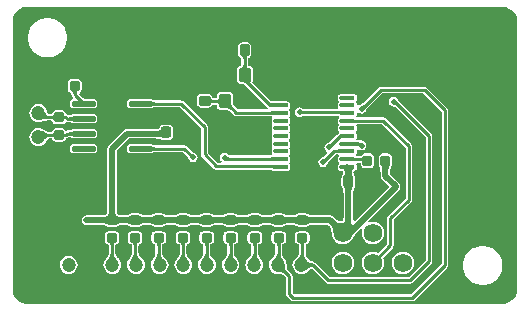
<source format=gbl>
G04 Layer_Physical_Order=2*
G04 Layer_Color=16711680*
%FSLAX25Y25*%
%MOIN*%
G70*
G01*
G75*
G04:AMPARAMS|DCode=12|XSize=34.25mil|YSize=38.19mil|CornerRadius=8.73mil|HoleSize=0mil|Usage=FLASHONLY|Rotation=180.000|XOffset=0mil|YOffset=0mil|HoleType=Round|Shape=RoundedRectangle|*
%AMROUNDEDRECTD12*
21,1,0.03425,0.02072,0,0,180.0*
21,1,0.01678,0.03819,0,0,180.0*
1,1,0.01747,-0.00839,0.01036*
1,1,0.01747,0.00839,0.01036*
1,1,0.01747,0.00839,-0.01036*
1,1,0.01747,-0.00839,-0.01036*
%
%ADD12ROUNDEDRECTD12*%
G04:AMPARAMS|DCode=15|XSize=32.28mil|YSize=36.61mil|CornerRadius=8.23mil|HoleSize=0mil|Usage=FLASHONLY|Rotation=180.000|XOffset=0mil|YOffset=0mil|HoleType=Round|Shape=RoundedRectangle|*
%AMROUNDEDRECTD15*
21,1,0.03228,0.02015,0,0,180.0*
21,1,0.01582,0.03661,0,0,180.0*
1,1,0.01647,-0.00791,0.01007*
1,1,0.01647,0.00791,0.01007*
1,1,0.01647,0.00791,-0.01007*
1,1,0.01647,-0.00791,-0.01007*
%
%ADD15ROUNDEDRECTD15*%
G04:AMPARAMS|DCode=21|XSize=33.07mil|YSize=40.16mil|CornerRadius=8.27mil|HoleSize=0mil|Usage=FLASHONLY|Rotation=180.000|XOffset=0mil|YOffset=0mil|HoleType=Round|Shape=RoundedRectangle|*
%AMROUNDEDRECTD21*
21,1,0.03307,0.02362,0,0,180.0*
21,1,0.01654,0.04016,0,0,180.0*
1,1,0.01654,-0.00827,0.01181*
1,1,0.01654,0.00827,0.01181*
1,1,0.01654,0.00827,-0.01181*
1,1,0.01654,-0.00827,-0.01181*
%
%ADD21ROUNDEDRECTD21*%
%ADD22C,0.01000*%
%ADD23C,0.01968*%
%ADD24C,0.06260*%
%ADD25C,0.04724*%
%ADD26C,0.01968*%
G04:AMPARAMS|DCode=27|XSize=50mil|YSize=15.35mil|CornerRadius=3.92mil|HoleSize=0mil|Usage=FLASHONLY|Rotation=0.000|XOffset=0mil|YOffset=0mil|HoleType=Round|Shape=RoundedRectangle|*
%AMROUNDEDRECTD27*
21,1,0.05000,0.00752,0,0,0.0*
21,1,0.04217,0.01535,0,0,0.0*
1,1,0.00783,0.02108,-0.00376*
1,1,0.00783,-0.02108,-0.00376*
1,1,0.00783,-0.02108,0.00376*
1,1,0.00783,0.02108,0.00376*
%
%ADD27ROUNDEDRECTD27*%
G04:AMPARAMS|DCode=28|XSize=32.28mil|YSize=36.61mil|CornerRadius=8.23mil|HoleSize=0mil|Usage=FLASHONLY|Rotation=270.000|XOffset=0mil|YOffset=0mil|HoleType=Round|Shape=RoundedRectangle|*
%AMROUNDEDRECTD28*
21,1,0.03228,0.02015,0,0,270.0*
21,1,0.01582,0.03661,0,0,270.0*
1,1,0.01647,-0.01007,-0.00791*
1,1,0.01647,-0.01007,0.00791*
1,1,0.01647,0.01007,0.00791*
1,1,0.01647,0.01007,-0.00791*
%
%ADD28ROUNDEDRECTD28*%
G04:AMPARAMS|DCode=29|XSize=78.74mil|YSize=18.5mil|CornerRadius=4.72mil|HoleSize=0mil|Usage=FLASHONLY|Rotation=180.000|XOffset=0mil|YOffset=0mil|HoleType=Round|Shape=RoundedRectangle|*
%AMROUNDEDRECTD29*
21,1,0.07874,0.00907,0,0,180.0*
21,1,0.06930,0.01850,0,0,180.0*
1,1,0.00944,-0.03465,0.00453*
1,1,0.00944,0.03465,0.00453*
1,1,0.00944,0.03465,-0.00453*
1,1,0.00944,-0.03465,-0.00453*
%
%ADD29ROUNDEDRECTD29*%
G04:AMPARAMS|DCode=30|XSize=41.73mil|YSize=49.61mil|CornerRadius=9.81mil|HoleSize=0mil|Usage=FLASHONLY|Rotation=0.000|XOffset=0mil|YOffset=0mil|HoleType=Round|Shape=RoundedRectangle|*
%AMROUNDEDRECTD30*
21,1,0.04173,0.02999,0,0,0.0*
21,1,0.02212,0.04961,0,0,0.0*
1,1,0.01961,0.01106,-0.01500*
1,1,0.01961,-0.01106,-0.01500*
1,1,0.01961,-0.01106,0.01500*
1,1,0.01961,0.01106,0.01500*
%
%ADD30ROUNDEDRECTD30*%
G04:AMPARAMS|DCode=31|XSize=33.07mil|YSize=40.16mil|CornerRadius=8.27mil|HoleSize=0mil|Usage=FLASHONLY|Rotation=270.000|XOffset=0mil|YOffset=0mil|HoleType=Round|Shape=RoundedRectangle|*
%AMROUNDEDRECTD31*
21,1,0.03307,0.02362,0,0,270.0*
21,1,0.01654,0.04016,0,0,270.0*
1,1,0.01654,-0.01181,-0.00827*
1,1,0.01654,-0.01181,0.00827*
1,1,0.01654,0.01181,0.00827*
1,1,0.01654,0.01181,-0.00827*
%
%ADD31ROUNDEDRECTD31*%
%ADD32C,0.00906*%
G36*
X164667Y98725D02*
X165577Y98348D01*
X166396Y97801D01*
X167092Y97105D01*
X167640Y96286D01*
X168017Y95376D01*
X168209Y94410D01*
Y93917D01*
Y5000D01*
Y4507D01*
X168017Y3542D01*
X167640Y2632D01*
X167092Y1813D01*
X166396Y1116D01*
X165577Y569D01*
X164667Y192D01*
X163701Y0D01*
X4436D01*
X3486Y189D01*
X2590Y560D01*
X1784Y1099D01*
X1099Y1784D01*
X560Y2590D01*
X189Y3486D01*
X0Y4436D01*
Y4921D01*
Y93996D01*
Y94481D01*
X189Y95432D01*
X560Y96327D01*
X1099Y97133D01*
X1784Y97819D01*
X2590Y98357D01*
X3486Y98728D01*
X4436Y98917D01*
X163701D01*
X164667Y98725D01*
D02*
G37*
%LPC*%
G36*
X73641Y24122D02*
X71626D01*
X71075Y24013D01*
X70607Y23700D01*
X70295Y23232D01*
X70185Y22681D01*
Y21099D01*
X70295Y20547D01*
X70607Y20079D01*
X71075Y19767D01*
X71453Y19692D01*
X71463Y19653D01*
X71479Y19556D01*
X71490Y19428D01*
X71495Y19255D01*
X71522Y19194D01*
Y16712D01*
X71496Y16659D01*
X71487Y16513D01*
X71465Y16397D01*
X71427Y16267D01*
X71368Y16124D01*
X71288Y15969D01*
X71185Y15801D01*
X71064Y15630D01*
X70727Y15233D01*
X70524Y15024D01*
X70495Y14951D01*
X70059Y14383D01*
X69761Y13665D01*
X69660Y12894D01*
X69761Y12123D01*
X70059Y11405D01*
X70532Y10788D01*
X71149Y10315D01*
X71867Y10017D01*
X72638Y9916D01*
X73409Y10017D01*
X74127Y10315D01*
X74744Y10788D01*
X75217Y11405D01*
X75515Y12123D01*
X75616Y12894D01*
X75515Y13665D01*
X75217Y14383D01*
X74781Y14951D01*
X74754Y15021D01*
X74355Y15446D01*
X74209Y15627D01*
X74082Y15805D01*
X73979Y15971D01*
X73900Y16126D01*
X73841Y16269D01*
X73802Y16398D01*
X73781Y16515D01*
X73772Y16661D01*
X73746Y16714D01*
Y19194D01*
X73773Y19255D01*
X73777Y19428D01*
X73788Y19556D01*
X73804Y19653D01*
X73815Y19692D01*
X74193Y19767D01*
X74661Y20079D01*
X74973Y20547D01*
X75083Y21099D01*
Y22681D01*
X74973Y23232D01*
X74661Y23700D01*
X74193Y24013D01*
X73641Y24122D01*
D02*
G37*
G36*
X81741D02*
X79726D01*
X79175Y24013D01*
X78707Y23700D01*
X78395Y23232D01*
X78285Y22681D01*
Y21099D01*
X78395Y20547D01*
X78707Y20079D01*
X79175Y19767D01*
X79553Y19692D01*
X79563Y19653D01*
X79579Y19556D01*
X79590Y19428D01*
X79595Y19255D01*
X79622Y19194D01*
Y16764D01*
X79598Y16718D01*
X79601Y16708D01*
X79596Y16698D01*
X79586Y16547D01*
X79565Y16433D01*
X79526Y16311D01*
X79468Y16181D01*
X79389Y16040D01*
X79286Y15891D01*
X79159Y15734D01*
X79006Y15570D01*
X78826Y15400D01*
X78610Y15215D01*
X78560Y15118D01*
X78406Y15000D01*
X77933Y14383D01*
X77635Y13665D01*
X77534Y12894D01*
X77635Y12123D01*
X77933Y11405D01*
X78406Y10788D01*
X79023Y10315D01*
X79741Y10017D01*
X80512Y9916D01*
X81283Y10017D01*
X82001Y10315D01*
X82618Y10788D01*
X83091Y11405D01*
X83389Y12123D01*
X83490Y12894D01*
X83389Y13665D01*
X83091Y14383D01*
X82849Y14698D01*
X82812Y14822D01*
X82618Y15060D01*
X82296Y15505D01*
X82176Y15698D01*
X82076Y15882D01*
X81997Y16052D01*
X81939Y16205D01*
X81901Y16341D01*
X81880Y16459D01*
X81872Y16599D01*
X81846Y16653D01*
Y19194D01*
X81873Y19255D01*
X81877Y19428D01*
X81889Y19556D01*
X81905Y19653D01*
X81915Y19692D01*
X82293Y19767D01*
X82761Y20079D01*
X83073Y20547D01*
X83183Y21099D01*
Y22681D01*
X83073Y23232D01*
X82761Y23700D01*
X82293Y24013D01*
X81741Y24122D01*
D02*
G37*
G36*
X65641D02*
X63626D01*
X63075Y24013D01*
X62607Y23700D01*
X62295Y23232D01*
X62185Y22681D01*
Y21099D01*
X62295Y20547D01*
X62607Y20079D01*
X63075Y19767D01*
X63453Y19692D01*
X63463Y19653D01*
X63479Y19556D01*
X63490Y19428D01*
X63495Y19255D01*
X63522Y19194D01*
Y16681D01*
X63496Y16627D01*
X63487Y16484D01*
X63466Y16367D01*
X63428Y16233D01*
X63369Y16084D01*
X63290Y15921D01*
X63188Y15743D01*
X63068Y15560D01*
X62739Y15135D01*
X62540Y14909D01*
X62501Y14796D01*
X62185Y14383D01*
X61887Y13665D01*
X61786Y12894D01*
X61887Y12123D01*
X62185Y11405D01*
X62658Y10788D01*
X63275Y10315D01*
X63993Y10017D01*
X64764Y9916D01*
X65535Y10017D01*
X66253Y10315D01*
X66870Y10788D01*
X67343Y11405D01*
X67641Y12123D01*
X67742Y12894D01*
X67641Y13665D01*
X67343Y14383D01*
X66870Y15000D01*
X66792Y15059D01*
X66755Y15140D01*
X66541Y15336D01*
X66363Y15517D01*
X66210Y15691D01*
X66083Y15857D01*
X65980Y16013D01*
X65900Y16160D01*
X65842Y16296D01*
X65803Y16421D01*
X65781Y16536D01*
X65772Y16684D01*
X65746Y16737D01*
Y19194D01*
X65773Y19255D01*
X65777Y19428D01*
X65789Y19556D01*
X65804Y19653D01*
X65815Y19692D01*
X66193Y19767D01*
X66661Y20079D01*
X66973Y20547D01*
X67083Y21099D01*
Y22681D01*
X66973Y23232D01*
X66661Y23700D01*
X66193Y24013D01*
X65641Y24122D01*
D02*
G37*
G36*
X57841D02*
X55826D01*
X55275Y24013D01*
X54807Y23700D01*
X54495Y23232D01*
X54385Y22681D01*
Y21099D01*
X54495Y20547D01*
X54807Y20079D01*
X55275Y19767D01*
X55653Y19692D01*
X55663Y19653D01*
X55679Y19556D01*
X55690Y19428D01*
X55695Y19255D01*
X55722Y19194D01*
Y16700D01*
X55696Y16647D01*
X55687Y16502D01*
X55666Y16385D01*
X55627Y16254D01*
X55569Y16108D01*
X55489Y15949D01*
X55386Y15778D01*
X55265Y15602D01*
X54931Y15193D01*
X54730Y14978D01*
X54694Y14883D01*
X54311Y14383D01*
X54013Y13665D01*
X53912Y12894D01*
X54013Y12123D01*
X54311Y11405D01*
X54784Y10788D01*
X55401Y10315D01*
X56119Y10017D01*
X56890Y9916D01*
X57661Y10017D01*
X58379Y10315D01*
X58996Y10788D01*
X59469Y11405D01*
X59767Y12123D01*
X59868Y12894D01*
X59767Y13665D01*
X59469Y14383D01*
X58996Y15000D01*
X58976Y15015D01*
X58949Y15077D01*
X58738Y15283D01*
X58562Y15473D01*
X58410Y15654D01*
X58283Y15827D01*
X58180Y15990D01*
X58100Y16141D01*
X58041Y16281D01*
X58003Y16408D01*
X57981Y16524D01*
X57972Y16671D01*
X57946Y16724D01*
Y19194D01*
X57973Y19255D01*
X57977Y19428D01*
X57989Y19556D01*
X58004Y19653D01*
X58015Y19692D01*
X58393Y19767D01*
X58861Y20079D01*
X59173Y20547D01*
X59283Y21099D01*
Y22681D01*
X59173Y23232D01*
X58861Y23700D01*
X58393Y24013D01*
X57841Y24122D01*
D02*
G37*
G36*
X78169Y87075D02*
X76516D01*
X75963Y86965D01*
X75494Y86652D01*
X75181Y86183D01*
X75071Y85630D01*
Y83268D01*
X75181Y82715D01*
X75494Y82246D01*
X75963Y81933D01*
X76157Y81894D01*
X76171Y81841D01*
X76188Y81737D01*
X76199Y81601D01*
X76204Y81421D01*
X76231Y81360D01*
Y79728D01*
X76204Y79667D01*
X76199Y79493D01*
X76188Y79363D01*
X76172Y79264D01*
X76160Y79221D01*
X75767Y79143D01*
X75248Y78796D01*
X74900Y78276D01*
X74778Y77663D01*
Y74664D01*
X74900Y74050D01*
X75248Y73531D01*
X75767Y73184D01*
X76380Y73062D01*
X76890D01*
X76924Y73050D01*
X77002Y73056D01*
X77041Y73053D01*
X77094Y73042D01*
X77163Y73019D01*
X77246Y72982D01*
X77343Y72927D01*
X77445Y72859D01*
X77709Y72642D01*
X77851Y72507D01*
X77860Y72503D01*
X77864Y72495D01*
X77922Y72474D01*
X84942Y65454D01*
X84942Y65454D01*
X85183Y65293D01*
X85046Y64793D01*
X74996D01*
X74040Y65749D01*
X74015Y65812D01*
X73843Y65991D01*
X73706Y66146D01*
X73597Y66284D01*
X73516Y66401D01*
X73462Y66495D01*
Y68962D01*
X73340Y69575D01*
X72993Y70095D01*
X72473Y70442D01*
X71860Y70564D01*
X69648D01*
X69035Y70442D01*
X68515Y70095D01*
X68168Y69575D01*
X68046Y68962D01*
Y68634D01*
X68042Y68633D01*
X67945Y68617D01*
X67817Y68606D01*
X67644Y68601D01*
X67583Y68574D01*
X67164D01*
X67103Y68601D01*
X66926Y68606D01*
X66794Y68617D01*
X66694Y68633D01*
X66662Y68642D01*
X66591Y68998D01*
X66278Y69467D01*
X65809Y69780D01*
X65256Y69890D01*
X62894D01*
X62341Y69780D01*
X61872Y69467D01*
X61559Y68998D01*
X61449Y68445D01*
Y66791D01*
X61559Y66238D01*
X61872Y65769D01*
X62341Y65456D01*
X62894Y65346D01*
X65256D01*
X65809Y65456D01*
X66278Y65769D01*
X66430Y65998D01*
X66443Y66003D01*
X66463Y66047D01*
X66591Y66238D01*
X66598Y66273D01*
X66668Y66291D01*
X66777Y66307D01*
X66918Y66319D01*
X67102Y66323D01*
X67163Y66351D01*
X67583D01*
X67644Y66323D01*
X67817Y66319D01*
X67945Y66308D01*
X68042Y66292D01*
X68046Y66291D01*
Y65963D01*
X68168Y65350D01*
X68515Y64830D01*
X69035Y64483D01*
X69648Y64361D01*
X71860D01*
X71872Y64363D01*
X71909Y64353D01*
X71951Y64377D01*
X72000Y64372D01*
X72029Y64394D01*
X72125Y64413D01*
X72161Y64390D01*
X72457Y64141D01*
X72634Y63972D01*
X72697Y63947D01*
X73749Y62895D01*
X73749Y62895D01*
X74110Y62654D01*
X74535Y62569D01*
X85775D01*
X85802Y62552D01*
X85853Y62563D01*
X85901Y62542D01*
X86057Y62539D01*
X86183Y62531D01*
X86290Y62518D01*
X86378Y62502D01*
X86411Y62493D01*
X86492Y62334D01*
X86536Y62195D01*
X86535Y61927D01*
X86376Y61689D01*
X86300Y61305D01*
Y60553D01*
X86376Y60170D01*
X86593Y59845D01*
Y59454D01*
X86376Y59130D01*
X86300Y58746D01*
Y57994D01*
X86376Y57611D01*
X86496Y57432D01*
X86558Y57091D01*
X86496Y56750D01*
X86376Y56570D01*
X86300Y56187D01*
Y55435D01*
X86376Y55052D01*
X86593Y54727D01*
Y54336D01*
X86376Y54011D01*
X86300Y53628D01*
Y52876D01*
X86376Y52493D01*
X86496Y52314D01*
X86558Y51973D01*
X86496Y51631D01*
X86376Y51452D01*
X86300Y51069D01*
Y50317D01*
X86367Y49977D01*
X86360Y49907D01*
X86087Y49466D01*
X86067Y49466D01*
X86009Y49439D01*
X72299D01*
X72237Y49466D01*
X72147Y49468D01*
X72085Y49472D01*
X72038Y49479D01*
X72007Y49485D01*
X71996Y49489D01*
X71977Y49499D01*
X71977Y49499D01*
X71805Y49757D01*
X71284Y50106D01*
X70669Y50228D01*
X70055Y50106D01*
X69534Y49757D01*
X69186Y49237D01*
X69064Y48622D01*
X69186Y48008D01*
X69534Y47487D01*
X69694Y47380D01*
X69542Y46880D01*
X68374D01*
X65088Y50165D01*
Y58858D01*
X65004Y59284D01*
X64763Y59645D01*
X64763Y59645D01*
X56967Y67440D01*
X56607Y67681D01*
X56181Y67765D01*
X56181Y67765D01*
X47635D01*
X47573Y67793D01*
X47411Y67795D01*
X47137Y67815D01*
X47045Y67829D01*
X46970Y67845D01*
X46919Y67860D01*
X46898Y67868D01*
X46894Y67871D01*
X46887Y67890D01*
X46771Y67938D01*
X46518Y68108D01*
X46103Y68190D01*
X39173D01*
X38758Y68108D01*
X38407Y67873D01*
X38172Y67521D01*
X38089Y67107D01*
Y66200D01*
X38172Y65786D01*
X38407Y65434D01*
X38758Y65199D01*
X39173Y65117D01*
X46103D01*
X46518Y65199D01*
X46771Y65369D01*
X46887Y65417D01*
X46894Y65436D01*
X46898Y65439D01*
X46919Y65447D01*
X46970Y65462D01*
X47045Y65478D01*
X47137Y65492D01*
X47411Y65512D01*
X47573Y65514D01*
X47635Y65542D01*
X55721D01*
X62865Y58398D01*
Y49705D01*
X62864Y49705D01*
X62949Y49279D01*
X63190Y48919D01*
X67127Y44982D01*
X67127Y44982D01*
X67488Y44740D01*
X67913Y44656D01*
X85775D01*
X85802Y44638D01*
X85853Y44650D01*
X85901Y44629D01*
X86057Y44625D01*
X86183Y44617D01*
X86290Y44605D01*
X86378Y44589D01*
X86445Y44571D01*
X86491Y44554D01*
X86514Y44543D01*
X86529Y44524D01*
X86535Y44522D01*
X86536Y44516D01*
X86625Y44469D01*
X86918Y44273D01*
X87301Y44197D01*
X91518D01*
X91901Y44273D01*
X92226Y44491D01*
X92443Y44815D01*
X92519Y45199D01*
Y45951D01*
X92443Y46334D01*
X92323Y46513D01*
X92261Y46854D01*
X92323Y47195D01*
X92443Y47374D01*
X92519Y47758D01*
Y48510D01*
X92443Y48893D01*
X92226Y49218D01*
Y49609D01*
X92443Y49934D01*
X92519Y50317D01*
Y51069D01*
X92443Y51452D01*
X92323Y51631D01*
X92261Y51973D01*
X92323Y52314D01*
X92443Y52493D01*
X92519Y52876D01*
Y53628D01*
X92443Y54011D01*
X92226Y54336D01*
Y54727D01*
X92443Y55052D01*
X92519Y55435D01*
Y56187D01*
X92443Y56570D01*
X92323Y56750D01*
X92261Y57091D01*
X92323Y57432D01*
X92443Y57611D01*
X92519Y57994D01*
Y58746D01*
X92443Y59130D01*
X92226Y59454D01*
Y59845D01*
X92443Y60170D01*
X92519Y60553D01*
Y61305D01*
X92443Y61689D01*
X92323Y61868D01*
X92261Y62209D01*
X92323Y62550D01*
X92443Y62729D01*
X92519Y63112D01*
Y63864D01*
X92443Y64248D01*
X92226Y64572D01*
Y64963D01*
X92443Y65288D01*
X92519Y65671D01*
Y66423D01*
X92443Y66807D01*
X92226Y67132D01*
X91901Y67348D01*
X91518Y67425D01*
X87301D01*
X87226Y67410D01*
X87211Y67418D01*
X87169Y67405D01*
X87128Y67420D01*
X86159Y67382D01*
X80125Y73416D01*
X80100Y73479D01*
X79943Y73643D01*
X79878Y73718D01*
X79887Y73773D01*
X80072Y74050D01*
X80194Y74664D01*
Y77663D01*
X80072Y78276D01*
X79725Y78796D01*
X79205Y79143D01*
X78592Y79265D01*
X78514D01*
X78513Y79268D01*
X78497Y79365D01*
X78486Y79494D01*
X78482Y79667D01*
X78454Y79728D01*
Y81360D01*
X78482Y81421D01*
X78486Y81601D01*
X78497Y81737D01*
X78514Y81841D01*
X78527Y81894D01*
X78722Y81933D01*
X79191Y82246D01*
X79504Y82715D01*
X79614Y83268D01*
Y85630D01*
X79504Y86183D01*
X79191Y86652D01*
X78722Y86965D01*
X78169Y87075D01*
D02*
G37*
G36*
X27166Y53190D02*
X20236D01*
X19821Y53108D01*
X19470Y52873D01*
X19235Y52521D01*
X19152Y52107D01*
Y51200D01*
X19235Y50786D01*
X19470Y50434D01*
X19821Y50199D01*
X20236Y50117D01*
X27166D01*
X27580Y50199D01*
X27932Y50434D01*
X28167Y50786D01*
X28249Y51200D01*
Y52107D01*
X28167Y52521D01*
X27932Y52873D01*
X27580Y53108D01*
X27166Y53190D01*
D02*
G37*
G36*
X46103D02*
X39173D01*
X38758Y53108D01*
X38407Y52873D01*
X38172Y52521D01*
X38089Y52107D01*
Y51200D01*
X38172Y50786D01*
X38407Y50434D01*
X38758Y50199D01*
X39173Y50117D01*
X46103D01*
X46518Y50199D01*
X46771Y50369D01*
X46887Y50417D01*
X46894Y50436D01*
X46898Y50439D01*
X46919Y50447D01*
X46970Y50462D01*
X47045Y50479D01*
X47137Y50492D01*
X47411Y50512D01*
X47573Y50514D01*
X47635Y50542D01*
X56744D01*
X58276Y49009D01*
X58299Y48949D01*
X58425Y48814D01*
X58459Y48772D01*
X58488Y48732D01*
X58507Y48701D01*
X58518Y48681D01*
X58520Y48677D01*
X58523Y48660D01*
X58528Y48653D01*
X58531Y48645D01*
X58543Y48630D01*
X58550Y48620D01*
X58553Y48613D01*
X58654Y48106D01*
X59002Y47585D01*
X59523Y47237D01*
X60138Y47115D01*
X60752Y47237D01*
X61273Y47585D01*
X61621Y48106D01*
X61743Y48720D01*
X61621Y49335D01*
X61273Y49856D01*
X60752Y50204D01*
X60245Y50305D01*
X60238Y50308D01*
X60228Y50315D01*
X60213Y50328D01*
X60205Y50330D01*
X60198Y50335D01*
X60181Y50339D01*
X60177Y50340D01*
X60157Y50351D01*
X60126Y50371D01*
X60093Y50395D01*
X59981Y50491D01*
X59918Y50551D01*
X59855Y50576D01*
X57991Y52440D01*
X57630Y52681D01*
X57205Y52766D01*
X57205Y52765D01*
X47635D01*
X47573Y52793D01*
X47411Y52795D01*
X47137Y52815D01*
X47045Y52829D01*
X46970Y52845D01*
X46919Y52860D01*
X46898Y52868D01*
X46894Y52871D01*
X46887Y52890D01*
X46771Y52938D01*
X46518Y53108D01*
X46103Y53190D01*
D02*
G37*
G36*
X157274Y19242D02*
X156111D01*
X156051Y19217D01*
X155987Y19229D01*
X154846Y19002D01*
X154791Y18966D01*
X154726D01*
X153651Y18521D01*
X153605Y18474D01*
X153541Y18462D01*
X152573Y17815D01*
X152537Y17761D01*
X152476Y17736D01*
X151654Y16913D01*
X151629Y16853D01*
X151574Y16816D01*
X150928Y15849D01*
X150915Y15785D01*
X150869Y15739D01*
X150424Y14664D01*
Y14599D01*
X150387Y14544D01*
X150161Y13403D01*
X150173Y13339D01*
X150148Y13279D01*
Y12115D01*
X150173Y12055D01*
X150161Y11991D01*
X150387Y10850D01*
X150424Y10795D01*
Y10730D01*
X150869Y9655D01*
X150915Y9609D01*
X150928Y9544D01*
X151574Y8577D01*
X151629Y8541D01*
X151654Y8480D01*
X152476Y7658D01*
X152537Y7633D01*
X152573Y7578D01*
X153541Y6932D01*
X153605Y6919D01*
X153651Y6873D01*
X154726Y6428D01*
X154791D01*
X154846Y6391D01*
X155987Y6164D01*
X156051Y6177D01*
X156111Y6152D01*
X157274D01*
X157335Y6177D01*
X157399Y6164D01*
X158540Y6391D01*
X158595Y6428D01*
X158660D01*
X159735Y6873D01*
X159781Y6919D01*
X159845Y6932D01*
X160813Y7578D01*
X160849Y7633D01*
X160909Y7658D01*
X161732Y8480D01*
X161757Y8541D01*
X161811Y8577D01*
X162458Y9544D01*
X162471Y9609D01*
X162517Y9655D01*
X162962Y10730D01*
Y10795D01*
X162998Y10850D01*
X163225Y11991D01*
X163213Y12055D01*
X163238Y12115D01*
Y13279D01*
X163213Y13339D01*
X163225Y13403D01*
X162998Y14544D01*
X162962Y14599D01*
Y14664D01*
X162517Y15739D01*
X162471Y15785D01*
X162458Y15849D01*
X161811Y16816D01*
X161757Y16853D01*
X161732Y16913D01*
X160909Y17736D01*
X160849Y17761D01*
X160813Y17815D01*
X159845Y18462D01*
X159781Y18474D01*
X159735Y18521D01*
X158660Y18966D01*
X158595D01*
X158540Y19002D01*
X157399Y19229D01*
X157335Y19217D01*
X157274Y19242D01*
D02*
G37*
G36*
X8563Y66462D02*
X7792Y66361D01*
X7074Y66063D01*
X6457Y65590D01*
X5984Y64973D01*
X5686Y64255D01*
X5585Y63484D01*
X5686Y62713D01*
X5984Y61995D01*
X6457Y61378D01*
X7074Y60905D01*
X7792Y60607D01*
X8563Y60506D01*
X9222Y60593D01*
X9307Y60577D01*
X9317Y60584D01*
X9329Y60582D01*
X10267Y60820D01*
X10971Y60969D01*
X11304Y61020D01*
X11415Y61030D01*
X11521Y61035D01*
X11556Y61051D01*
X11594Y61041D01*
X11628Y61062D01*
X12633D01*
X12697Y61034D01*
X12856Y61030D01*
X12974Y61020D01*
X13062Y61006D01*
X13070Y61004D01*
X13114Y60783D01*
X13426Y60316D01*
X13894Y60003D01*
X14445Y59894D01*
X16460D01*
X17012Y60003D01*
X17480Y60316D01*
X17704Y60651D01*
X17802Y60671D01*
X18209Y60590D01*
X18783D01*
X18848Y60561D01*
X18991Y60558D01*
X19105Y60550D01*
X19201Y60539D01*
X19279Y60524D01*
X19338Y60508D01*
X19376Y60494D01*
X19392Y60486D01*
X19405Y60470D01*
X19422Y60460D01*
X19425Y60458D01*
X19430Y60456D01*
X19438Y60452D01*
X19452Y60417D01*
X19568Y60369D01*
X19821Y60199D01*
X20236Y60117D01*
X27166D01*
X27580Y60199D01*
X27932Y60434D01*
X28167Y60786D01*
X28249Y61200D01*
Y62107D01*
X28167Y62521D01*
X27932Y62873D01*
X27580Y63108D01*
X27166Y63190D01*
X20236D01*
X19821Y63108D01*
X19568Y62938D01*
X19452Y62890D01*
X19438Y62855D01*
X19430Y62851D01*
X19425Y62849D01*
X19422Y62847D01*
X19405Y62837D01*
X19392Y62821D01*
X19376Y62814D01*
X19338Y62799D01*
X19279Y62783D01*
X19210Y62770D01*
X18983Y62749D01*
X18848Y62746D01*
X18782Y62717D01*
X18649D01*
X18488Y62878D01*
X18143Y63109D01*
X17852Y63167D01*
X17792Y63468D01*
X17480Y63936D01*
X17012Y64249D01*
X16460Y64358D01*
X14445D01*
X13894Y64249D01*
X13426Y63936D01*
X13114Y63468D01*
X13070Y63248D01*
X13061Y63246D01*
X12974Y63232D01*
X12856Y63222D01*
X12697Y63218D01*
X12633Y63190D01*
X12257D01*
X12203Y63217D01*
X12045Y63227D01*
X11953Y63246D01*
X11883Y63273D01*
X11826Y63306D01*
X11773Y63351D01*
X11720Y63415D01*
X11666Y63505D01*
X11613Y63626D01*
X11564Y63782D01*
X11520Y63997D01*
X11518Y63999D01*
X11519Y64002D01*
X11462Y64083D01*
X11440Y64255D01*
X11142Y64973D01*
X10669Y65590D01*
X10052Y66063D01*
X9334Y66361D01*
X8563Y66462D01*
D02*
G37*
G36*
Y58490D02*
X7792Y58389D01*
X7074Y58091D01*
X6457Y57618D01*
X5984Y57001D01*
X5686Y56283D01*
X5585Y55512D01*
X5686Y54741D01*
X5984Y54023D01*
X6457Y53406D01*
X7074Y52933D01*
X7792Y52635D01*
X8563Y52534D01*
X9334Y52635D01*
X10052Y52933D01*
X10669Y53406D01*
X11142Y54023D01*
X11152Y54047D01*
X11205Y54088D01*
X11338Y54321D01*
X11461Y54508D01*
X11584Y54665D01*
X11703Y54793D01*
X11817Y54893D01*
X11925Y54969D01*
X12028Y55023D01*
X12128Y55059D01*
X12228Y55080D01*
X12376Y55091D01*
X12430Y55117D01*
X12508D01*
X12517Y55116D01*
X12518Y55117D01*
X12633D01*
X12697Y55089D01*
X12856Y55085D01*
X12974Y55075D01*
X13062Y55061D01*
X13070Y55059D01*
X13114Y54839D01*
X13426Y54371D01*
X13894Y54058D01*
X14445Y53949D01*
X16460D01*
X17012Y54058D01*
X17480Y54371D01*
X17792Y54839D01*
X17852Y55140D01*
X18143Y55198D01*
X18488Y55429D01*
X18649Y55590D01*
X18783D01*
X18848Y55561D01*
X18991Y55558D01*
X19105Y55550D01*
X19201Y55538D01*
X19279Y55524D01*
X19338Y55508D01*
X19376Y55494D01*
X19392Y55486D01*
X19405Y55470D01*
X19422Y55460D01*
X19425Y55458D01*
X19430Y55456D01*
X19438Y55452D01*
X19452Y55417D01*
X19568Y55369D01*
X19821Y55199D01*
X20236Y55117D01*
X27166D01*
X27580Y55199D01*
X27932Y55434D01*
X28167Y55786D01*
X28249Y56200D01*
Y57107D01*
X28167Y57521D01*
X27932Y57873D01*
X27580Y58108D01*
X27166Y58190D01*
X20236D01*
X19821Y58108D01*
X19568Y57938D01*
X19452Y57890D01*
X19438Y57855D01*
X19430Y57851D01*
X19425Y57849D01*
X19422Y57847D01*
X19405Y57837D01*
X19392Y57821D01*
X19376Y57814D01*
X19338Y57799D01*
X19279Y57783D01*
X19210Y57770D01*
X18983Y57749D01*
X18848Y57746D01*
X18782Y57717D01*
X18209D01*
X17802Y57636D01*
X17704Y57656D01*
X17480Y57991D01*
X17012Y58304D01*
X16460Y58413D01*
X14445D01*
X13894Y58304D01*
X13426Y57991D01*
X13114Y57524D01*
X13070Y57303D01*
X13061Y57301D01*
X12974Y57287D01*
X12856Y57277D01*
X12697Y57273D01*
X12633Y57245D01*
X12156D01*
X12101Y57272D01*
X11994Y57279D01*
X11900Y57295D01*
X11572Y57391D01*
X11396Y57458D01*
X10331Y57966D01*
X10018Y58137D01*
X10018Y58137D01*
X10018Y58137D01*
X9915Y58148D01*
X9334Y58389D01*
X8563Y58490D01*
D02*
G37*
G36*
X21539Y74988D02*
X19957D01*
X19406Y74879D01*
X18938Y74566D01*
X18625Y74098D01*
X18516Y73547D01*
Y71532D01*
X18625Y70980D01*
X18938Y70513D01*
X19406Y70200D01*
X19562Y70169D01*
X19576Y70113D01*
X19593Y70008D01*
X19604Y69870D01*
X19609Y69689D01*
X19636Y69628D01*
Y69606D01*
X19636Y69606D01*
X19721Y69181D01*
X19962Y68820D01*
X20107Y68674D01*
X19943Y68132D01*
X19821Y68108D01*
X19470Y67873D01*
X19235Y67521D01*
X19152Y67107D01*
Y66200D01*
X19235Y65786D01*
X19470Y65434D01*
X19821Y65199D01*
X20236Y65117D01*
X27166D01*
X27580Y65199D01*
X27932Y65434D01*
X28167Y65786D01*
X28249Y66200D01*
Y67107D01*
X28167Y67521D01*
X27932Y67873D01*
X27580Y68108D01*
X27166Y68190D01*
X24251D01*
X24226Y68202D01*
X24119Y68208D01*
X24042Y68219D01*
X23961Y68240D01*
X23874Y68271D01*
X23781Y68314D01*
X23682Y68369D01*
X23577Y68439D01*
X23466Y68522D01*
X23350Y68621D01*
X23219Y68746D01*
X23157Y68770D01*
X22206Y69721D01*
X22189Y69791D01*
X22296Y70338D01*
X22558Y70513D01*
X22871Y70980D01*
X22980Y71532D01*
Y73547D01*
X22871Y74098D01*
X22558Y74566D01*
X22091Y74879D01*
X21539Y74988D01*
D02*
G37*
G36*
X110079Y17335D02*
X109107Y17207D01*
X108203Y16833D01*
X107425Y16236D01*
X106829Y15459D01*
X106454Y14554D01*
X106326Y13583D01*
X106454Y12611D01*
X106829Y11706D01*
X107425Y10929D01*
X108203Y10333D01*
X109107Y9958D01*
X110079Y9830D01*
X111050Y9958D01*
X111955Y10333D01*
X112732Y10929D01*
X113329Y11706D01*
X113703Y12611D01*
X113831Y13583D01*
X113703Y14554D01*
X113329Y15459D01*
X112732Y16236D01*
X111955Y16833D01*
X111050Y17207D01*
X110079Y17335D01*
D02*
G37*
G36*
X130079D02*
X129107Y17207D01*
X128202Y16833D01*
X127425Y16236D01*
X126829Y15459D01*
X126454Y14554D01*
X126326Y13583D01*
X126454Y12611D01*
X126829Y11706D01*
X127425Y10929D01*
X128202Y10333D01*
X129107Y9958D01*
X130079Y9830D01*
X131050Y9958D01*
X131955Y10333D01*
X132732Y10929D01*
X133329Y11706D01*
X133703Y12611D01*
X133831Y13583D01*
X133703Y14554D01*
X133329Y15459D01*
X132732Y16236D01*
X131955Y16833D01*
X131050Y17207D01*
X130079Y17335D01*
D02*
G37*
G36*
X127067Y68830D02*
X126453Y68708D01*
X125932Y68360D01*
X125584Y67839D01*
X125461Y67224D01*
X125584Y66610D01*
X125932Y66089D01*
X126453Y65741D01*
X127067Y65619D01*
X127451Y65695D01*
X127451Y65695D01*
X127466Y65685D01*
X127565Y65605D01*
X127623Y65549D01*
X127686Y65525D01*
X137668Y55543D01*
Y14535D01*
X132020Y8888D01*
X105677D01*
X100885Y13680D01*
X100524Y13921D01*
X100098Y14006D01*
X100098Y14006D01*
X100079D01*
X100026Y14032D01*
X99880Y14041D01*
X99763Y14062D01*
X99634Y14101D01*
X99492Y14159D01*
X99336Y14239D01*
X99169Y14342D01*
X98998Y14464D01*
X98602Y14801D01*
X98503Y14897D01*
X98410Y15016D01*
X98092Y15473D01*
X97974Y15671D01*
X97874Y15859D01*
X97796Y16032D01*
X97739Y16188D01*
X97701Y16325D01*
X97680Y16443D01*
X97672Y16582D01*
X97646Y16635D01*
Y19194D01*
X97673Y19255D01*
X97677Y19428D01*
X97689Y19556D01*
X97704Y19653D01*
X97715Y19692D01*
X98093Y19767D01*
X98561Y20079D01*
X98873Y20547D01*
X98983Y21099D01*
Y22681D01*
X98873Y23232D01*
X98561Y23700D01*
X98093Y24013D01*
X97541Y24122D01*
X95526D01*
X94975Y24013D01*
X94507Y23700D01*
X94195Y23232D01*
X94085Y22681D01*
Y21099D01*
X94195Y20547D01*
X94507Y20079D01*
X94975Y19767D01*
X95353Y19692D01*
X95363Y19653D01*
X95379Y19556D01*
X95390Y19428D01*
X95395Y19255D01*
X95422Y19194D01*
Y16779D01*
X95399Y16738D01*
X95404Y16720D01*
X95396Y16703D01*
X95386Y16552D01*
X95364Y16439D01*
X95326Y16319D01*
X95269Y16191D01*
X95190Y16054D01*
X95087Y15909D01*
X94960Y15757D01*
X94807Y15598D01*
X94627Y15434D01*
X94409Y15256D01*
X94353Y15153D01*
X94154Y15000D01*
X93681Y14383D01*
X93383Y13665D01*
X93282Y12894D01*
X93383Y12123D01*
X93681Y11405D01*
X94154Y10788D01*
X94771Y10315D01*
X95489Y10017D01*
X96260Y9916D01*
X97031Y10017D01*
X97749Y10315D01*
X98312Y10747D01*
X98384Y10774D01*
X98810Y11172D01*
X98991Y11319D01*
X99169Y11445D01*
X99336Y11548D01*
X99491Y11628D01*
X99634Y11687D01*
X99710Y11709D01*
X104430Y6989D01*
X104791Y6748D01*
X105217Y6664D01*
X105217Y6664D01*
X132480D01*
X132480Y6664D01*
X132906Y6748D01*
X133267Y6989D01*
X139566Y13288D01*
X139566Y13289D01*
X139807Y13649D01*
X139892Y14075D01*
Y56004D01*
X139807Y56429D01*
X139566Y56790D01*
X139566Y56790D01*
X128919Y67436D01*
X128893Y67501D01*
X128751Y67646D01*
X128602Y67807D01*
X128551Y67868D01*
X128550Y67870D01*
X128543Y67881D01*
X128540Y67883D01*
X128537Y67888D01*
X128512Y67903D01*
X128504Y67909D01*
X128202Y68360D01*
X127681Y68708D01*
X127067Y68830D01*
D02*
G37*
G36*
X12196Y95127D02*
X11033D01*
X10972Y95102D01*
X10908Y95115D01*
X9767Y94888D01*
X9712Y94852D01*
X9647D01*
X8572Y94407D01*
X8526Y94360D01*
X8462Y94348D01*
X7495Y93701D01*
X7458Y93647D01*
X7398Y93622D01*
X6575Y92799D01*
X6550Y92739D01*
X6496Y92702D01*
X5849Y91735D01*
X5836Y91671D01*
X5790Y91625D01*
X5345Y90550D01*
Y90484D01*
X5309Y90430D01*
X5082Y89289D01*
X5094Y89225D01*
X5069Y89164D01*
Y88001D01*
X5094Y87941D01*
X5082Y87876D01*
X5309Y86735D01*
X5345Y86681D01*
Y86616D01*
X5790Y85541D01*
X5836Y85495D01*
X5849Y85430D01*
X6496Y84463D01*
X6550Y84427D01*
X6575Y84366D01*
X7398Y83544D01*
X7458Y83518D01*
X7495Y83464D01*
X8462Y82818D01*
X8526Y82805D01*
X8572Y82759D01*
X9647Y82314D01*
X9712D01*
X9767Y82277D01*
X10908Y82050D01*
X10972Y82063D01*
X11033Y82038D01*
X12196D01*
X12256Y82063D01*
X12320Y82050D01*
X13461Y82277D01*
X13516Y82314D01*
X13581D01*
X14656Y82759D01*
X14702Y82805D01*
X14767Y82818D01*
X15734Y83464D01*
X15770Y83518D01*
X15831Y83544D01*
X16653Y84366D01*
X16678Y84427D01*
X16733Y84463D01*
X17379Y85430D01*
X17392Y85495D01*
X17438Y85541D01*
X17883Y86616D01*
Y86681D01*
X17920Y86735D01*
X18147Y87876D01*
X18134Y87941D01*
X18159Y88001D01*
Y89164D01*
X18134Y89225D01*
X18147Y89289D01*
X17920Y90430D01*
X17883Y90484D01*
Y90550D01*
X17438Y91625D01*
X17392Y91671D01*
X17379Y91735D01*
X16733Y92702D01*
X16678Y92739D01*
X16653Y92799D01*
X15831Y93622D01*
X15770Y93647D01*
X15734Y93701D01*
X14767Y94348D01*
X14702Y94360D01*
X14656Y94407D01*
X13581Y94852D01*
X13516D01*
X13461Y94888D01*
X12320Y95115D01*
X12256Y95102D01*
X12196Y95127D01*
D02*
G37*
G36*
X137402Y72273D02*
X137401Y72273D01*
X122638D01*
X122212Y72189D01*
X121852Y71948D01*
X121852Y71948D01*
X116628Y66724D01*
X116567Y66701D01*
X116432Y66575D01*
X116390Y66541D01*
X116350Y66512D01*
X116320Y66493D01*
X116299Y66482D01*
X116295Y66480D01*
X116278Y66477D01*
X116271Y66472D01*
X116263Y66469D01*
X116248Y66457D01*
X116238Y66450D01*
X116231Y66447D01*
X115724Y66346D01*
X115224Y66012D01*
X115103Y66036D01*
X114724Y66180D01*
Y66423D01*
X114648Y66807D01*
X114528Y66986D01*
X114466Y67327D01*
X114528Y67668D01*
X114648Y67847D01*
X114724Y68230D01*
Y68982D01*
X114648Y69366D01*
X114431Y69691D01*
X114106Y69908D01*
X113723Y69984D01*
X109506D01*
X109123Y69908D01*
X108798Y69691D01*
X108581Y69366D01*
X108504Y68982D01*
Y68230D01*
X108581Y67847D01*
X108700Y67668D01*
X108762Y67327D01*
X108700Y66986D01*
X108581Y66807D01*
X108504Y66423D01*
Y65671D01*
X108558Y65399D01*
X108355Y65048D01*
X108229Y64914D01*
X108149Y64918D01*
X108133Y64913D01*
X108119Y64919D01*
X108053Y64891D01*
X97190D01*
X97131Y64918D01*
X96947Y64925D01*
X96892Y64931D01*
X96844Y64938D01*
X96809Y64946D01*
X96787Y64952D01*
X96783Y64954D01*
X96768Y64964D01*
X96760Y64965D01*
X96752Y64969D01*
X96733Y64971D01*
X96721Y64973D01*
X96714Y64976D01*
X96284Y65263D01*
X95669Y65385D01*
X95055Y65263D01*
X94534Y64915D01*
X94186Y64394D01*
X94064Y63779D01*
X94186Y63165D01*
X94534Y62644D01*
X95055Y62296D01*
X95669Y62174D01*
X96284Y62296D01*
X96714Y62583D01*
X96721Y62586D01*
X96733Y62588D01*
X96752Y62590D01*
X96760Y62594D01*
X96768Y62595D01*
X96783Y62605D01*
X96787Y62607D01*
X96809Y62613D01*
X96844Y62621D01*
X96885Y62627D01*
X97032Y62639D01*
X97119Y62640D01*
X97181Y62668D01*
X108040D01*
X108101Y62641D01*
X108240Y62637D01*
X108346Y62627D01*
X108436Y62613D01*
X108511Y62595D01*
X108570Y62574D01*
X108614Y62554D01*
X108646Y62535D01*
X108669Y62517D01*
X108689Y62485D01*
X108741Y62261D01*
X108740Y62027D01*
X108700Y61868D01*
X108581Y61689D01*
X108504Y61305D01*
Y60553D01*
X108581Y60170D01*
X108798Y59845D01*
Y59454D01*
X108581Y59130D01*
X108504Y58746D01*
Y57994D01*
X108581Y57611D01*
X108700Y57432D01*
X108768Y57059D01*
X108742Y56938D01*
X108674Y56767D01*
X108547Y56649D01*
X108470Y56597D01*
X108470Y56597D01*
X108174Y56302D01*
X107623Y55788D01*
X107591Y55718D01*
X105801Y53928D01*
X105740Y53906D01*
X105605Y53780D01*
X105563Y53746D01*
X105523Y53717D01*
X105493Y53698D01*
X105473Y53687D01*
X105469Y53685D01*
X105452Y53682D01*
X105444Y53677D01*
X105436Y53674D01*
X105421Y53661D01*
X105411Y53654D01*
X105404Y53651D01*
X104897Y53550D01*
X104376Y53202D01*
X104028Y52681D01*
X103906Y52067D01*
X104028Y51452D01*
X104376Y50932D01*
X104769Y50669D01*
X104915Y50109D01*
X103805Y48998D01*
X103749Y48979D01*
X103745Y48971D01*
X103736Y48968D01*
X103602Y48844D01*
X103563Y48812D01*
X103526Y48786D01*
X103498Y48769D01*
X103484Y48762D01*
X103472Y48760D01*
X103465Y48756D01*
X103453Y48752D01*
X103450Y48750D01*
X103445Y48751D01*
X102830Y48629D01*
X102310Y48281D01*
X101962Y47760D01*
X101839Y47146D01*
X101962Y46531D01*
X102310Y46010D01*
X102830Y45662D01*
X103445Y45540D01*
X104059Y45662D01*
X104580Y46010D01*
X104928Y46531D01*
X105006Y46923D01*
X105026Y46958D01*
X105039Y46976D01*
X105048Y46985D01*
X105049Y46990D01*
X105054Y46996D01*
X105059Y47017D01*
X105064Y47027D01*
X105078Y47050D01*
X105100Y47084D01*
X105128Y47120D01*
X105227Y47235D01*
X105289Y47299D01*
X105314Y47363D01*
X107726Y49774D01*
X107980D01*
X108007Y49757D01*
X108058Y49768D01*
X108106Y49747D01*
X108262Y49744D01*
X108388Y49735D01*
X108495Y49723D01*
X108583Y49707D01*
X108616Y49698D01*
X108697Y49539D01*
X108741Y49400D01*
X108740Y49132D01*
X108581Y48893D01*
X108504Y48510D01*
Y47758D01*
X108581Y47374D01*
X108700Y47195D01*
X108762Y46854D01*
X108700Y46513D01*
X108581Y46334D01*
X108504Y45951D01*
Y45199D01*
X108581Y44815D01*
X108798Y44491D01*
X109123Y44273D01*
X109506Y44197D01*
X109860D01*
X109879Y44188D01*
X109990Y44177D01*
X110009Y44170D01*
X110026Y44159D01*
X110058Y44124D01*
X110106Y44044D01*
X110161Y43911D01*
X110211Y43724D01*
X110192Y43622D01*
X110141Y43405D01*
X110079Y43200D01*
X110007Y43004D01*
X109924Y42819D01*
X109831Y42643D01*
X109715Y42457D01*
X109701Y42370D01*
X109691Y42355D01*
X109667Y42236D01*
X109620Y42120D01*
X109636Y42080D01*
X109578Y41784D01*
Y39712D01*
X109636Y39416D01*
X109620Y39376D01*
X109667Y39261D01*
X109691Y39141D01*
X109701Y39126D01*
X109715Y39039D01*
X109831Y38853D01*
X109924Y38677D01*
X110007Y38492D01*
X110079Y38297D01*
X110141Y38091D01*
X110192Y37874D01*
X110231Y37654D01*
X110280Y37148D01*
X110286Y36880D01*
X110304Y36840D01*
Y28538D01*
X110287Y28501D01*
X110275Y28227D01*
X110245Y28018D01*
X110200Y27847D01*
X110143Y27711D01*
X110079Y27606D01*
X110007Y27523D01*
X109922Y27455D01*
X109816Y27396D01*
X109720Y27361D01*
X109476Y27382D01*
X109218Y27422D01*
X108976Y27480D01*
X108749Y27553D01*
X108535Y27642D01*
X108335Y27747D01*
X108146Y27867D01*
X107967Y28005D01*
X107778Y28178D01*
X107740Y28192D01*
X106962Y28970D01*
X106441Y29318D01*
X105827Y29440D01*
X105827Y29440D01*
X100351D01*
X100310Y29458D01*
X100020Y29463D01*
X99485Y29506D01*
X99258Y29540D01*
X99041Y29584D01*
X98842Y29637D01*
X98660Y29698D01*
X98495Y29766D01*
X98346Y29841D01*
X98190Y29936D01*
X98106Y29949D01*
X98093Y29957D01*
X97973Y29981D01*
X97858Y30029D01*
X97817Y30012D01*
X97541Y30067D01*
X95526D01*
X95250Y30012D01*
X95210Y30029D01*
X95094Y29981D01*
X94975Y29957D01*
X94962Y29949D01*
X94877Y29936D01*
X94721Y29841D01*
X94573Y29766D01*
X94408Y29698D01*
X94226Y29637D01*
X94026Y29584D01*
X93810Y29540D01*
X93582Y29506D01*
X93048Y29463D01*
X92757Y29458D01*
X92717Y29440D01*
X92451D01*
X92410Y29458D01*
X92120Y29463D01*
X91585Y29506D01*
X91358Y29540D01*
X91141Y29584D01*
X90942Y29637D01*
X90760Y29698D01*
X90595Y29766D01*
X90446Y29841D01*
X90290Y29936D01*
X90206Y29949D01*
X90193Y29957D01*
X90073Y29981D01*
X89958Y30029D01*
X89917Y30012D01*
X89641Y30067D01*
X87626D01*
X87350Y30012D01*
X87310Y30029D01*
X87194Y29981D01*
X87075Y29957D01*
X87062Y29949D01*
X86977Y29936D01*
X86821Y29841D01*
X86673Y29766D01*
X86508Y29698D01*
X86326Y29637D01*
X86127Y29584D01*
X85910Y29540D01*
X85682Y29506D01*
X85148Y29463D01*
X84857Y29458D01*
X84817Y29440D01*
X84551D01*
X84510Y29458D01*
X84220Y29463D01*
X83685Y29506D01*
X83458Y29540D01*
X83241Y29584D01*
X83042Y29637D01*
X82860Y29698D01*
X82695Y29766D01*
X82546Y29841D01*
X82390Y29936D01*
X82306Y29949D01*
X82293Y29957D01*
X82173Y29981D01*
X82058Y30029D01*
X82017Y30012D01*
X81741Y30067D01*
X79726D01*
X79450Y30012D01*
X79410Y30029D01*
X79294Y29981D01*
X79175Y29957D01*
X79162Y29949D01*
X79078Y29936D01*
X78921Y29841D01*
X78773Y29766D01*
X78608Y29698D01*
X78426Y29637D01*
X78227Y29584D01*
X78010Y29540D01*
X77782Y29506D01*
X77248Y29463D01*
X76957Y29458D01*
X76917Y29440D01*
X76451D01*
X76410Y29458D01*
X76120Y29463D01*
X75585Y29506D01*
X75358Y29540D01*
X75141Y29584D01*
X74942Y29637D01*
X74760Y29698D01*
X74595Y29766D01*
X74446Y29841D01*
X74290Y29936D01*
X74206Y29949D01*
X74193Y29957D01*
X74073Y29981D01*
X73958Y30029D01*
X73917Y30012D01*
X73641Y30067D01*
X71626D01*
X71350Y30012D01*
X71310Y30029D01*
X71194Y29981D01*
X71075Y29957D01*
X71062Y29949D01*
X70977Y29936D01*
X70821Y29841D01*
X70673Y29766D01*
X70508Y29698D01*
X70326Y29637D01*
X70126Y29584D01*
X69910Y29540D01*
X69682Y29506D01*
X69148Y29463D01*
X68857Y29458D01*
X68817Y29440D01*
X68451D01*
X68410Y29458D01*
X68120Y29463D01*
X67585Y29506D01*
X67358Y29540D01*
X67141Y29584D01*
X66942Y29637D01*
X66760Y29698D01*
X66595Y29766D01*
X66446Y29841D01*
X66290Y29936D01*
X66206Y29949D01*
X66193Y29957D01*
X66073Y29981D01*
X65958Y30029D01*
X65917Y30012D01*
X65641Y30067D01*
X63626D01*
X63350Y30012D01*
X63310Y30029D01*
X63194Y29981D01*
X63075Y29957D01*
X63062Y29949D01*
X62977Y29936D01*
X62821Y29841D01*
X62673Y29766D01*
X62508Y29698D01*
X62326Y29637D01*
X62126Y29584D01*
X61910Y29540D01*
X61682Y29506D01*
X61148Y29463D01*
X60857Y29458D01*
X60817Y29440D01*
X60651D01*
X60610Y29458D01*
X60320Y29463D01*
X59785Y29506D01*
X59558Y29540D01*
X59341Y29584D01*
X59142Y29637D01*
X58960Y29698D01*
X58795Y29766D01*
X58646Y29841D01*
X58490Y29936D01*
X58406Y29949D01*
X58393Y29957D01*
X58273Y29981D01*
X58158Y30029D01*
X58117Y30012D01*
X57841Y30067D01*
X55826D01*
X55550Y30012D01*
X55510Y30029D01*
X55394Y29981D01*
X55275Y29957D01*
X55262Y29949D01*
X55177Y29936D01*
X55021Y29841D01*
X54873Y29766D01*
X54708Y29698D01*
X54526Y29637D01*
X54326Y29584D01*
X54110Y29540D01*
X53882Y29506D01*
X53348Y29463D01*
X53057Y29458D01*
X53017Y29440D01*
X52451D01*
X52410Y29458D01*
X52120Y29463D01*
X51585Y29506D01*
X51358Y29540D01*
X51141Y29584D01*
X50942Y29637D01*
X50760Y29698D01*
X50595Y29766D01*
X50446Y29841D01*
X50290Y29936D01*
X50206Y29949D01*
X50193Y29957D01*
X50073Y29981D01*
X49958Y30029D01*
X49917Y30012D01*
X49641Y30067D01*
X47626D01*
X47350Y30012D01*
X47310Y30029D01*
X47194Y29981D01*
X47075Y29957D01*
X47062Y29949D01*
X46977Y29936D01*
X46821Y29841D01*
X46673Y29766D01*
X46508Y29698D01*
X46326Y29637D01*
X46126Y29584D01*
X45910Y29540D01*
X45682Y29506D01*
X45148Y29463D01*
X44857Y29458D01*
X44817Y29440D01*
X44651D01*
X44610Y29458D01*
X44320Y29463D01*
X43785Y29506D01*
X43558Y29540D01*
X43341Y29584D01*
X43142Y29637D01*
X42960Y29698D01*
X42795Y29766D01*
X42646Y29841D01*
X42490Y29936D01*
X42406Y29949D01*
X42393Y29957D01*
X42273Y29981D01*
X42158Y30029D01*
X42117Y30012D01*
X41841Y30067D01*
X39826D01*
X39550Y30012D01*
X39510Y30029D01*
X39394Y29981D01*
X39275Y29957D01*
X39262Y29949D01*
X39178Y29936D01*
X39021Y29841D01*
X38873Y29766D01*
X38708Y29698D01*
X38526Y29637D01*
X38326Y29584D01*
X38110Y29540D01*
X37882Y29506D01*
X37348Y29463D01*
X37057Y29458D01*
X37017Y29440D01*
X36951D01*
X36910Y29458D01*
X36620Y29463D01*
X36085Y29506D01*
X35858Y29540D01*
X35641Y29584D01*
X35442Y29637D01*
X35260Y29698D01*
X35095Y29766D01*
X35033Y29797D01*
X35029Y29802D01*
X34984Y29875D01*
X34935Y29987D01*
X34887Y30137D01*
X34843Y30325D01*
X34808Y30541D01*
X34763Y31105D01*
X34757Y31432D01*
X34740Y31473D01*
Y50973D01*
X38815Y55048D01*
X47536D01*
X47576Y55030D01*
X48224Y55014D01*
X48488Y54994D01*
X48975Y54931D01*
X49163Y54892D01*
X49330Y54847D01*
X49466Y54800D01*
X49573Y54752D01*
X49684Y54687D01*
X49764Y54676D01*
X49771Y54672D01*
X49990Y54628D01*
X50073Y54603D01*
X50084Y54609D01*
X50342Y54558D01*
X52020D01*
X52592Y54672D01*
X53076Y54995D01*
X53399Y55479D01*
X53513Y56051D01*
Y58123D01*
X53399Y58694D01*
X53076Y59178D01*
X52592Y59502D01*
X52020Y59615D01*
X50342D01*
X49771Y59502D01*
X49286Y59178D01*
X49222Y59081D01*
X49205Y59074D01*
X49189Y59037D01*
X49153Y59017D01*
X49132Y58946D01*
X48963Y58694D01*
X48920Y58479D01*
X48894Y58464D01*
X48738Y58407D01*
X48516Y58354D01*
X48233Y58312D01*
X47891Y58286D01*
X47480Y58277D01*
X47472Y58273D01*
X47464Y58276D01*
X47428Y58259D01*
X38150D01*
X37535Y58137D01*
X37014Y57789D01*
X37014Y57789D01*
X31999Y52773D01*
X31650Y52252D01*
X31528Y51638D01*
X31528Y51638D01*
Y31482D01*
X31511Y31444D01*
X31487Y30800D01*
X31461Y30549D01*
X31425Y30325D01*
X31381Y30137D01*
X31333Y29987D01*
X31283Y29875D01*
X31239Y29802D01*
X31235Y29797D01*
X31173Y29766D01*
X31008Y29698D01*
X30826Y29637D01*
X30626Y29584D01*
X30410Y29540D01*
X30182Y29506D01*
X29648Y29463D01*
X29357Y29458D01*
X29317Y29440D01*
X24685D01*
X24071Y29318D01*
X23550Y28970D01*
X23471Y28891D01*
X23123Y28370D01*
X23001Y27756D01*
X23123Y27141D01*
X23471Y26621D01*
X23992Y26272D01*
X24606Y26150D01*
X25002Y26229D01*
X29317D01*
X29357Y26211D01*
X29648Y26206D01*
X30182Y26164D01*
X30410Y26129D01*
X30626Y26085D01*
X30826Y26032D01*
X31008Y25971D01*
X31173Y25903D01*
X31321Y25829D01*
X31477Y25734D01*
X31562Y25720D01*
X31575Y25712D01*
X31694Y25688D01*
X31810Y25640D01*
X31850Y25657D01*
X32126Y25602D01*
X34141D01*
X34417Y25657D01*
X34458Y25640D01*
X34573Y25688D01*
X34693Y25712D01*
X34706Y25720D01*
X34790Y25734D01*
X34946Y25829D01*
X35095Y25903D01*
X35260Y25971D01*
X35442Y26032D01*
X35641Y26085D01*
X35858Y26129D01*
X36085Y26164D01*
X36620Y26206D01*
X36910Y26211D01*
X36951Y26229D01*
X37017D01*
X37057Y26211D01*
X37348Y26206D01*
X37882Y26164D01*
X38110Y26129D01*
X38326Y26085D01*
X38526Y26032D01*
X38708Y25971D01*
X38873Y25903D01*
X39021Y25829D01*
X39178Y25734D01*
X39262Y25720D01*
X39275Y25712D01*
X39394Y25688D01*
X39510Y25640D01*
X39550Y25657D01*
X39826Y25602D01*
X41841D01*
X42117Y25657D01*
X42158Y25640D01*
X42273Y25688D01*
X42393Y25712D01*
X42406Y25720D01*
X42490Y25734D01*
X42646Y25829D01*
X42795Y25903D01*
X42960Y25971D01*
X43142Y26032D01*
X43341Y26085D01*
X43558Y26129D01*
X43785Y26164D01*
X44320Y26206D01*
X44610Y26211D01*
X44651Y26229D01*
X44817D01*
X44857Y26211D01*
X45148Y26206D01*
X45682Y26164D01*
X45910Y26129D01*
X46126Y26085D01*
X46326Y26032D01*
X46508Y25971D01*
X46673Y25903D01*
X46821Y25829D01*
X46977Y25734D01*
X47062Y25720D01*
X47075Y25712D01*
X47194Y25688D01*
X47310Y25640D01*
X47350Y25657D01*
X47626Y25602D01*
X49641D01*
X49917Y25657D01*
X49958Y25640D01*
X50073Y25688D01*
X50193Y25712D01*
X50206Y25720D01*
X50290Y25734D01*
X50446Y25829D01*
X50595Y25903D01*
X50760Y25971D01*
X50942Y26032D01*
X51141Y26085D01*
X51358Y26129D01*
X51585Y26164D01*
X52120Y26206D01*
X52410Y26211D01*
X52451Y26229D01*
X53017D01*
X53057Y26211D01*
X53348Y26206D01*
X53882Y26164D01*
X54110Y26129D01*
X54326Y26085D01*
X54526Y26032D01*
X54708Y25971D01*
X54873Y25903D01*
X55021Y25829D01*
X55177Y25734D01*
X55262Y25720D01*
X55275Y25712D01*
X55394Y25688D01*
X55510Y25640D01*
X55550Y25657D01*
X55826Y25602D01*
X57841D01*
X58117Y25657D01*
X58158Y25640D01*
X58273Y25688D01*
X58393Y25712D01*
X58406Y25720D01*
X58490Y25734D01*
X58646Y25829D01*
X58795Y25903D01*
X58960Y25971D01*
X59142Y26032D01*
X59341Y26085D01*
X59558Y26129D01*
X59785Y26164D01*
X60320Y26206D01*
X60610Y26211D01*
X60651Y26229D01*
X60817D01*
X60857Y26211D01*
X61148Y26206D01*
X61682Y26164D01*
X61910Y26129D01*
X62126Y26085D01*
X62326Y26032D01*
X62508Y25971D01*
X62673Y25903D01*
X62821Y25829D01*
X62977Y25734D01*
X63062Y25720D01*
X63075Y25712D01*
X63194Y25688D01*
X63310Y25640D01*
X63350Y25657D01*
X63626Y25602D01*
X65641D01*
X65917Y25657D01*
X65958Y25640D01*
X66073Y25688D01*
X66193Y25712D01*
X66206Y25720D01*
X66290Y25734D01*
X66446Y25829D01*
X66595Y25903D01*
X66760Y25971D01*
X66942Y26032D01*
X67141Y26085D01*
X67358Y26129D01*
X67585Y26164D01*
X68120Y26206D01*
X68410Y26211D01*
X68451Y26229D01*
X68817D01*
X68857Y26211D01*
X69148Y26206D01*
X69682Y26164D01*
X69910Y26129D01*
X70126Y26085D01*
X70326Y26032D01*
X70508Y25971D01*
X70673Y25903D01*
X70821Y25829D01*
X70977Y25734D01*
X71062Y25720D01*
X71075Y25712D01*
X71194Y25688D01*
X71310Y25640D01*
X71350Y25657D01*
X71626Y25602D01*
X73641D01*
X73917Y25657D01*
X73958Y25640D01*
X74073Y25688D01*
X74193Y25712D01*
X74206Y25720D01*
X74290Y25734D01*
X74446Y25829D01*
X74595Y25903D01*
X74760Y25971D01*
X74942Y26032D01*
X75141Y26085D01*
X75358Y26129D01*
X75585Y26164D01*
X76120Y26206D01*
X76410Y26211D01*
X76451Y26229D01*
X76917D01*
X76957Y26211D01*
X77248Y26206D01*
X77782Y26164D01*
X78010Y26129D01*
X78227Y26085D01*
X78426Y26032D01*
X78608Y25971D01*
X78773Y25903D01*
X78921Y25829D01*
X79078Y25734D01*
X79162Y25720D01*
X79175Y25712D01*
X79294Y25688D01*
X79410Y25640D01*
X79450Y25657D01*
X79726Y25602D01*
X81741D01*
X82017Y25657D01*
X82058Y25640D01*
X82173Y25688D01*
X82293Y25712D01*
X82306Y25720D01*
X82390Y25734D01*
X82546Y25829D01*
X82695Y25903D01*
X82860Y25971D01*
X83042Y26032D01*
X83241Y26085D01*
X83458Y26129D01*
X83685Y26164D01*
X84220Y26206D01*
X84510Y26211D01*
X84551Y26229D01*
X84817D01*
X84857Y26211D01*
X85148Y26206D01*
X85682Y26164D01*
X85910Y26129D01*
X86127Y26085D01*
X86326Y26032D01*
X86508Y25971D01*
X86673Y25903D01*
X86821Y25829D01*
X86977Y25734D01*
X87062Y25720D01*
X87075Y25712D01*
X87194Y25688D01*
X87310Y25640D01*
X87350Y25657D01*
X87626Y25602D01*
X89641D01*
X89917Y25657D01*
X89958Y25640D01*
X90073Y25688D01*
X90193Y25712D01*
X90206Y25720D01*
X90290Y25734D01*
X90446Y25829D01*
X90595Y25903D01*
X90760Y25971D01*
X90942Y26032D01*
X91141Y26085D01*
X91358Y26129D01*
X91585Y26164D01*
X92120Y26206D01*
X92410Y26211D01*
X92451Y26229D01*
X92717D01*
X92757Y26211D01*
X93048Y26206D01*
X93582Y26164D01*
X93810Y26129D01*
X94026Y26085D01*
X94226Y26032D01*
X94408Y25971D01*
X94573Y25903D01*
X94721Y25829D01*
X94877Y25734D01*
X94962Y25720D01*
X94975Y25712D01*
X95094Y25688D01*
X95210Y25640D01*
X95250Y25657D01*
X95526Y25602D01*
X97541D01*
X97817Y25657D01*
X97858Y25640D01*
X97973Y25688D01*
X98093Y25712D01*
X98106Y25720D01*
X98190Y25734D01*
X98346Y25829D01*
X98495Y25903D01*
X98660Y25971D01*
X98842Y26032D01*
X99041Y26085D01*
X99258Y26129D01*
X99485Y26164D01*
X100020Y26206D01*
X100310Y26211D01*
X100351Y26229D01*
X105162D01*
X105469Y25921D01*
X105483Y25883D01*
X105656Y25695D01*
X105794Y25516D01*
X105915Y25327D01*
X106019Y25126D01*
X106108Y24913D01*
X106182Y24686D01*
X106239Y24443D01*
X106280Y24185D01*
X106303Y23911D01*
X106310Y23601D01*
X106330Y23555D01*
X106454Y22611D01*
X106829Y21706D01*
X107425Y20929D01*
X108203Y20333D01*
X109107Y19958D01*
X110079Y19830D01*
X111050Y19958D01*
X111955Y20333D01*
X112732Y20929D01*
X113329Y21706D01*
X113360Y21782D01*
X113411Y21822D01*
X113412Y21828D01*
X113417Y21832D01*
X113535Y22050D01*
X113651Y22247D01*
X114075Y22874D01*
X114218Y23059D01*
X114747Y23666D01*
X114936Y23860D01*
X114952Y23902D01*
X114984Y23934D01*
X115008Y23950D01*
X115010Y23960D01*
X116131Y25081D01*
X116555Y24798D01*
X116454Y24554D01*
X116326Y23583D01*
X116454Y22611D01*
X116829Y21706D01*
X117425Y20929D01*
X118202Y20333D01*
X119107Y19958D01*
X120079Y19830D01*
X121050Y19958D01*
X121955Y20333D01*
X122732Y20929D01*
X123329Y21706D01*
X123703Y22611D01*
X123831Y23583D01*
X123703Y24554D01*
X123329Y25459D01*
X122732Y26236D01*
X121955Y26833D01*
X121050Y27207D01*
X120079Y27335D01*
X119107Y27207D01*
X118864Y27106D01*
X118581Y27530D01*
X128793Y37743D01*
X128793Y37743D01*
X129141Y38263D01*
X129263Y38878D01*
X129263Y38878D01*
Y39075D01*
X129263Y39075D01*
X129141Y39689D01*
X128793Y40210D01*
X128793Y40210D01*
X125838Y43165D01*
Y43821D01*
X125856Y43861D01*
X125861Y44152D01*
X125903Y44686D01*
X125937Y44914D01*
X125982Y45131D01*
X126035Y45330D01*
X126096Y45512D01*
X126164Y45677D01*
X126238Y45825D01*
X126333Y45981D01*
X126347Y46066D01*
X126355Y46079D01*
X126379Y46198D01*
X126427Y46314D01*
X126410Y46354D01*
X126465Y46630D01*
Y48645D01*
X126355Y49197D01*
X126042Y49665D01*
X125575Y49977D01*
X125023Y50087D01*
X123441D01*
X122890Y49977D01*
X122422Y49665D01*
X122110Y49197D01*
X122000Y48645D01*
Y46630D01*
X122055Y46354D01*
X122038Y46314D01*
X122086Y46198D01*
X122110Y46079D01*
X122118Y46066D01*
X122131Y45981D01*
X122226Y45825D01*
X122301Y45677D01*
X122369Y45512D01*
X122430Y45330D01*
X122483Y45131D01*
X122527Y44914D01*
X122561Y44686D01*
X122604Y44152D01*
X122609Y43861D01*
X122627Y43821D01*
Y42500D01*
X122627Y42500D01*
X122749Y41886D01*
X123097Y41365D01*
X125485Y38976D01*
X114035Y27526D01*
X113534Y27732D01*
X113533Y28002D01*
X113515Y28044D01*
Y36828D01*
X113532Y36864D01*
X113558Y37415D01*
X113586Y37646D01*
X113627Y37874D01*
X113678Y38091D01*
X113740Y38297D01*
X113812Y38492D01*
X113895Y38677D01*
X113988Y38853D01*
X114103Y39039D01*
X114118Y39126D01*
X114128Y39141D01*
X114151Y39261D01*
X114199Y39376D01*
X114182Y39416D01*
X114241Y39712D01*
Y41784D01*
X114182Y42080D01*
X114199Y42120D01*
X114151Y42236D01*
X114128Y42355D01*
X114118Y42370D01*
X114103Y42457D01*
X113988Y42643D01*
X113895Y42819D01*
X113812Y43004D01*
X113740Y43200D01*
X113678Y43405D01*
X113627Y43622D01*
X113607Y43731D01*
X113608Y43734D01*
X113658Y43928D01*
X113714Y44066D01*
X113763Y44150D01*
X113798Y44188D01*
X113817Y44201D01*
X113836Y44208D01*
X113945Y44221D01*
X114002Y44253D01*
X114106Y44273D01*
X114271Y44384D01*
X114327Y44408D01*
X114334Y44426D01*
X114431Y44491D01*
X114648Y44815D01*
X114724Y45199D01*
Y45951D01*
X114648Y46334D01*
X114619Y46377D01*
X114871Y46895D01*
X115035Y46896D01*
X115100Y46924D01*
X115592D01*
X115653Y46896D01*
X115831Y46892D01*
X115964Y46881D01*
X116055Y46866D01*
Y46630D01*
X116165Y46079D01*
X116477Y45611D01*
X116945Y45299D01*
X117497Y45189D01*
X119078D01*
X119630Y45299D01*
X120098Y45611D01*
X120410Y46079D01*
X120520Y46630D01*
Y48645D01*
X120410Y49197D01*
X120098Y49665D01*
X119630Y49977D01*
X119078Y50087D01*
X117497D01*
X116945Y49977D01*
X116477Y49665D01*
X116372Y49507D01*
X116365Y49505D01*
X116351Y49476D01*
X116184Y49226D01*
X116108Y49208D01*
X115992Y49191D01*
X115845Y49179D01*
X115654Y49174D01*
X115593Y49147D01*
X115202D01*
X115152Y49173D01*
X115132Y49167D01*
X115113Y49175D01*
X114948Y49177D01*
X114707Y49192D01*
X114581Y49360D01*
X114518Y49514D01*
X114497Y49629D01*
X114497Y49645D01*
X114514Y49734D01*
X114648Y49934D01*
X114724Y50317D01*
Y51069D01*
X114713Y51127D01*
X115072Y51642D01*
X115080Y51645D01*
X115127Y51648D01*
X115209Y51525D01*
X115730Y51177D01*
X116344Y51054D01*
X116959Y51177D01*
X117480Y51525D01*
X117828Y52046D01*
X117950Y52660D01*
X117828Y53275D01*
X117480Y53795D01*
X117140Y54022D01*
X117130Y54036D01*
X117130Y54036D01*
X117129Y54038D01*
X116768Y54279D01*
X116342Y54364D01*
X116342Y54364D01*
X115234D01*
X115128Y54377D01*
X115094Y54391D01*
X114936Y54393D01*
X114805Y54399D01*
X114776Y54402D01*
X114565Y54865D01*
X114566Y54929D01*
X114648Y55052D01*
X114724Y55435D01*
Y56187D01*
X114648Y56570D01*
X114528Y56750D01*
X114466Y57091D01*
X114528Y57432D01*
X114648Y57611D01*
X114724Y57994D01*
Y58746D01*
X114648Y59130D01*
X114528Y59309D01*
X114524Y59322D01*
X114698Y59764D01*
X114744Y59817D01*
X123158D01*
X130975Y52000D01*
Y35106D01*
X125072Y29204D01*
X124831Y28843D01*
X124746Y28417D01*
X124746Y28417D01*
Y19823D01*
X121814Y16891D01*
X121050Y17207D01*
X120079Y17335D01*
X119107Y17207D01*
X118202Y16833D01*
X117425Y16236D01*
X116829Y15459D01*
X116454Y14554D01*
X116326Y13583D01*
X116454Y12611D01*
X116829Y11706D01*
X117425Y10929D01*
X118202Y10333D01*
X119107Y9958D01*
X120079Y9830D01*
X121050Y9958D01*
X121955Y10333D01*
X122732Y10929D01*
X123329Y11706D01*
X123703Y12611D01*
X123831Y13583D01*
X123703Y14554D01*
X123387Y15318D01*
X126645Y18576D01*
X126885Y18937D01*
X126970Y19362D01*
X126970Y19362D01*
Y27957D01*
X132873Y33859D01*
X132873Y33859D01*
X133114Y34220D01*
X133198Y34646D01*
Y52461D01*
X133114Y52886D01*
X132873Y53247D01*
X132873Y53247D01*
X124404Y61715D01*
X124044Y61956D01*
X123618Y62041D01*
X123618Y62041D01*
X114744D01*
X114698Y62094D01*
X114524Y62536D01*
X114528Y62550D01*
X114648Y62729D01*
X114724Y63112D01*
Y63544D01*
X115103Y63689D01*
X115224Y63713D01*
X115724Y63379D01*
X116339Y63257D01*
X116953Y63379D01*
X117474Y63727D01*
X117822Y64248D01*
X117923Y64755D01*
X117926Y64762D01*
X117933Y64772D01*
X117946Y64787D01*
X117948Y64795D01*
X117953Y64802D01*
X117957Y64819D01*
X117958Y64823D01*
X117969Y64843D01*
X117989Y64874D01*
X118013Y64907D01*
X118109Y65019D01*
X118169Y65082D01*
X118194Y65145D01*
X123098Y70050D01*
X136941D01*
X142983Y64008D01*
Y13256D01*
X132807Y3080D01*
X93866D01*
X93336Y3610D01*
Y9055D01*
X93252Y9481D01*
X93011Y9841D01*
X93011Y9841D01*
X91873Y10979D01*
X91853Y11035D01*
X91757Y11145D01*
X91689Y11243D01*
X91625Y11361D01*
X91566Y11503D01*
X91513Y11670D01*
X91467Y11861D01*
X91432Y12067D01*
X91390Y12586D01*
X91387Y12877D01*
X91357Y12947D01*
X91263Y13665D01*
X90965Y14383D01*
X90743Y14673D01*
X90707Y14796D01*
X90514Y15038D01*
X90194Y15489D01*
X90075Y15684D01*
X89975Y15871D01*
X89897Y16042D01*
X89839Y16197D01*
X89801Y16333D01*
X89780Y16451D01*
X89772Y16591D01*
X89746Y16644D01*
Y19194D01*
X89773Y19255D01*
X89777Y19428D01*
X89789Y19556D01*
X89805Y19653D01*
X89815Y19692D01*
X90193Y19767D01*
X90661Y20079D01*
X90973Y20547D01*
X91083Y21099D01*
Y22681D01*
X90973Y23232D01*
X90661Y23700D01*
X90193Y24013D01*
X89641Y24122D01*
X87626D01*
X87075Y24013D01*
X86607Y23700D01*
X86295Y23232D01*
X86185Y22681D01*
Y21099D01*
X86295Y20547D01*
X86607Y20079D01*
X87075Y19767D01*
X87453Y19692D01*
X87463Y19653D01*
X87479Y19556D01*
X87490Y19428D01*
X87495Y19255D01*
X87522Y19194D01*
Y16772D01*
X87498Y16728D01*
X87503Y16714D01*
X87496Y16701D01*
X87486Y16550D01*
X87465Y16436D01*
X87426Y16315D01*
X87369Y16186D01*
X87289Y16047D01*
X87187Y15900D01*
X87059Y15746D01*
X86906Y15584D01*
X86727Y15417D01*
X86509Y15236D01*
X86456Y15135D01*
X86280Y15000D01*
X85807Y14383D01*
X85509Y13665D01*
X85408Y12894D01*
X85509Y12123D01*
X85807Y11405D01*
X86280Y10788D01*
X86897Y10315D01*
X87615Y10017D01*
X88319Y9924D01*
X88389Y9893D01*
X88972Y9874D01*
X89204Y9849D01*
X89419Y9812D01*
X89610Y9767D01*
X89776Y9714D01*
X89918Y9654D01*
X90037Y9590D01*
X90135Y9523D01*
X90244Y9426D01*
X90300Y9407D01*
X91113Y8595D01*
Y3150D01*
X91113Y3150D01*
X91197Y2724D01*
X91438Y2363D01*
X92619Y1182D01*
X92619Y1182D01*
X92980Y941D01*
X93405Y857D01*
X93406Y857D01*
X133268D01*
X133268Y857D01*
X133693Y941D01*
X134054Y1182D01*
X144881Y12009D01*
X144881Y12009D01*
X145122Y12370D01*
X145206Y12795D01*
Y64468D01*
X145206Y64468D01*
X145122Y64894D01*
X144881Y65255D01*
X144881Y65255D01*
X138188Y71948D01*
X137827Y72189D01*
X137402Y72273D01*
D02*
G37*
G36*
X34141Y24122D02*
X32126D01*
X31575Y24013D01*
X31107Y23700D01*
X30795Y23232D01*
X30685Y22681D01*
Y21099D01*
X30795Y20547D01*
X31107Y20079D01*
X31575Y19767D01*
X31953Y19692D01*
X31963Y19653D01*
X31979Y19556D01*
X31990Y19428D01*
X31995Y19255D01*
X32022Y19194D01*
Y16680D01*
X31996Y16626D01*
X31987Y16483D01*
X31966Y16366D01*
X31927Y16232D01*
X31869Y16083D01*
X31790Y15919D01*
X31688Y15742D01*
X31568Y15558D01*
X31239Y15132D01*
X31041Y14906D01*
X31002Y14791D01*
X30689Y14383D01*
X30391Y13665D01*
X30290Y12894D01*
X30391Y12123D01*
X30689Y11405D01*
X31162Y10788D01*
X31779Y10315D01*
X32497Y10017D01*
X33268Y9916D01*
X34038Y10017D01*
X34757Y10315D01*
X35374Y10788D01*
X35847Y11405D01*
X36145Y12123D01*
X36246Y12894D01*
X36145Y13665D01*
X35847Y14383D01*
X35374Y15000D01*
X35293Y15062D01*
X35255Y15143D01*
X35041Y15339D01*
X34863Y15519D01*
X34710Y15693D01*
X34583Y15858D01*
X34479Y16015D01*
X34400Y16161D01*
X34342Y16296D01*
X34303Y16421D01*
X34281Y16537D01*
X34272Y16685D01*
X34246Y16738D01*
Y19194D01*
X34273Y19255D01*
X34277Y19428D01*
X34288Y19556D01*
X34304Y19653D01*
X34315Y19692D01*
X34693Y19767D01*
X35161Y20079D01*
X35473Y20547D01*
X35583Y21099D01*
Y22681D01*
X35473Y23232D01*
X35161Y23700D01*
X34693Y24013D01*
X34141Y24122D01*
D02*
G37*
G36*
X18701Y15872D02*
X17930Y15770D01*
X17212Y15473D01*
X16595Y15000D01*
X16122Y14383D01*
X15824Y13665D01*
X15723Y12894D01*
X15824Y12123D01*
X16122Y11405D01*
X16595Y10788D01*
X17212Y10315D01*
X17930Y10017D01*
X18701Y9916D01*
X19472Y10017D01*
X20190Y10315D01*
X20807Y10788D01*
X21280Y11405D01*
X21577Y12123D01*
X21679Y12894D01*
X21577Y13665D01*
X21280Y14383D01*
X20807Y15000D01*
X20190Y15473D01*
X19472Y15770D01*
X18701Y15872D01*
D02*
G37*
G36*
X49641Y24122D02*
X47626D01*
X47075Y24013D01*
X46607Y23700D01*
X46295Y23232D01*
X46185Y22681D01*
Y21099D01*
X46295Y20547D01*
X46607Y20079D01*
X47075Y19767D01*
X47453Y19692D01*
X47463Y19653D01*
X47479Y19556D01*
X47490Y19428D01*
X47495Y19255D01*
X47522Y19194D01*
Y16595D01*
X47496Y16541D01*
X47488Y16406D01*
X47468Y16288D01*
X47431Y16148D01*
X47374Y15988D01*
X47298Y15809D01*
X47206Y15624D01*
X46772Y14917D01*
X46591Y14662D01*
X46565Y14550D01*
X46437Y14383D01*
X46139Y13665D01*
X46038Y12894D01*
X46139Y12123D01*
X46437Y11405D01*
X46910Y10788D01*
X47527Y10315D01*
X48245Y10017D01*
X49016Y9916D01*
X49787Y10017D01*
X50505Y10315D01*
X51122Y10788D01*
X51595Y11405D01*
X51893Y12123D01*
X51994Y12894D01*
X51893Y13665D01*
X51595Y14383D01*
X51122Y15000D01*
X50821Y15230D01*
X50757Y15338D01*
X50536Y15503D01*
X50356Y15654D01*
X50203Y15801D01*
X50077Y15944D01*
X49976Y16080D01*
X49898Y16209D01*
X49841Y16331D01*
X49803Y16447D01*
X49782Y16559D01*
X49772Y16711D01*
X49757Y16742D01*
X49764Y16776D01*
X49746Y16806D01*
Y19194D01*
X49773Y19255D01*
X49777Y19428D01*
X49788Y19556D01*
X49804Y19653D01*
X49815Y19692D01*
X50193Y19767D01*
X50661Y20079D01*
X50973Y20547D01*
X51083Y21099D01*
Y22681D01*
X50973Y23232D01*
X50661Y23700D01*
X50193Y24013D01*
X49641Y24122D01*
D02*
G37*
G36*
X41841D02*
X39826D01*
X39275Y24013D01*
X38807Y23700D01*
X38495Y23232D01*
X38385Y22681D01*
Y21099D01*
X38495Y20547D01*
X38807Y20079D01*
X39275Y19767D01*
X39653Y19692D01*
X39663Y19653D01*
X39679Y19556D01*
X39690Y19428D01*
X39695Y19255D01*
X39722Y19194D01*
Y16623D01*
X39696Y16570D01*
X39687Y16432D01*
X39667Y16314D01*
X39629Y16176D01*
X39576Y16028D01*
X39391Y15645D01*
X39278Y15452D01*
X38963Y14987D01*
X38773Y14737D01*
X38741Y14616D01*
X38563Y14383D01*
X38265Y13665D01*
X38164Y12894D01*
X38265Y12123D01*
X38563Y11405D01*
X39036Y10788D01*
X39653Y10315D01*
X40371Y10017D01*
X41142Y9916D01*
X41912Y10017D01*
X42631Y10315D01*
X43248Y10788D01*
X43721Y11405D01*
X44019Y12123D01*
X44120Y12894D01*
X44019Y13665D01*
X43721Y14383D01*
X43248Y15000D01*
X43018Y15176D01*
X42959Y15283D01*
X42740Y15456D01*
X42560Y15616D01*
X42407Y15771D01*
X42279Y15921D01*
X42177Y16063D01*
X42099Y16197D01*
X42042Y16323D01*
X42003Y16442D01*
X41982Y16555D01*
X41972Y16706D01*
X41961Y16728D01*
X41967Y16751D01*
X41946Y16788D01*
Y19194D01*
X41973Y19255D01*
X41977Y19428D01*
X41989Y19556D01*
X42004Y19653D01*
X42015Y19692D01*
X42393Y19767D01*
X42861Y20079D01*
X43173Y20547D01*
X43283Y21099D01*
Y22681D01*
X43173Y23232D01*
X42861Y23700D01*
X42393Y24013D01*
X41841Y24122D01*
D02*
G37*
%LPD*%
G36*
X73539Y20274D02*
X73454Y20243D01*
X73379Y20193D01*
X73314Y20122D01*
X73259Y20031D01*
X73214Y19919D01*
X73179Y19788D01*
X73154Y19636D01*
X73139Y19464D01*
X73134Y19272D01*
X72134D01*
X72129Y19464D01*
X72114Y19636D01*
X72089Y19788D01*
X72054Y19919D01*
X72009Y20031D01*
X71954Y20122D01*
X71889Y20193D01*
X71814Y20243D01*
X71729Y20274D01*
X71634Y20284D01*
X73634D01*
X73539Y20274D01*
D02*
G37*
G36*
X73145Y16436D02*
X73180Y16248D01*
X73238Y16055D01*
X73319Y15858D01*
X73422Y15657D01*
X73549Y15451D01*
X73700Y15240D01*
X73873Y15026D01*
X74288Y14583D01*
X70981Y14578D01*
X71200Y14802D01*
X71569Y15238D01*
X71719Y15449D01*
X71846Y15655D01*
X71949Y15857D01*
X72030Y16054D01*
X72088Y16247D01*
X72122Y16435D01*
X72134Y16619D01*
X73134Y16621D01*
X73145Y16436D01*
D02*
G37*
G36*
X81639Y20274D02*
X81554Y20243D01*
X81479Y20193D01*
X81414Y20122D01*
X81359Y20031D01*
X81314Y19919D01*
X81279Y19788D01*
X81254Y19636D01*
X81239Y19464D01*
X81234Y19272D01*
X80234D01*
X80229Y19464D01*
X80214Y19636D01*
X80189Y19788D01*
X80154Y19919D01*
X80109Y20031D01*
X80054Y20122D01*
X79989Y20193D01*
X79914Y20243D01*
X79829Y20274D01*
X79734Y20284D01*
X81734D01*
X81639Y20274D01*
D02*
G37*
G36*
X81234Y16560D02*
X81245Y16384D01*
X81277Y16199D01*
X81331Y16006D01*
X81407Y15804D01*
X81504Y15595D01*
X81624Y15376D01*
X81764Y15149D01*
X82111Y14670D01*
X82317Y14418D01*
X79024Y14729D01*
X79254Y14924D01*
X79460Y15120D01*
X79641Y15314D01*
X79798Y15508D01*
X79931Y15701D01*
X80040Y15893D01*
X80125Y16085D01*
X80186Y16276D01*
X80222Y16467D01*
X80234Y16657D01*
X81234Y16560D01*
D02*
G37*
G36*
X65146Y16456D02*
X65181Y16267D01*
X65241Y16075D01*
X65324Y15881D01*
X65431Y15684D01*
X65562Y15486D01*
X65716Y15285D01*
X65894Y15082D01*
X66096Y14876D01*
X66322Y14669D01*
X63020Y14487D01*
X63232Y14728D01*
X63588Y15188D01*
X63733Y15408D01*
X63855Y15622D01*
X63956Y15829D01*
X64034Y16028D01*
X64089Y16222D01*
X64123Y16408D01*
X64134Y16588D01*
X65134Y16644D01*
X65146Y16456D01*
D02*
G37*
G36*
X65539Y20274D02*
X65454Y20243D01*
X65379Y20193D01*
X65314Y20122D01*
X65259Y20031D01*
X65214Y19919D01*
X65179Y19788D01*
X65154Y19636D01*
X65139Y19464D01*
X65134Y19272D01*
X64134D01*
X64129Y19464D01*
X64114Y19636D01*
X64089Y19788D01*
X64054Y19919D01*
X64009Y20031D01*
X63954Y20122D01*
X63889Y20193D01*
X63814Y20243D01*
X63729Y20274D01*
X63634Y20284D01*
X65634D01*
X65539Y20274D01*
D02*
G37*
G36*
X57739D02*
X57654Y20243D01*
X57579Y20193D01*
X57514Y20122D01*
X57459Y20031D01*
X57414Y19919D01*
X57379Y19788D01*
X57354Y19636D01*
X57339Y19464D01*
X57334Y19272D01*
X56334D01*
X56329Y19464D01*
X56314Y19636D01*
X56289Y19788D01*
X56254Y19919D01*
X56209Y20031D01*
X56154Y20122D01*
X56089Y20193D01*
X56014Y20243D01*
X55929Y20274D01*
X55834Y20284D01*
X57834D01*
X57739Y20274D01*
D02*
G37*
G36*
X57346Y16446D02*
X57381Y16257D01*
X57439Y16064D01*
X57521Y15868D01*
X57626Y15669D01*
X57755Y15466D01*
X57907Y15259D01*
X58082Y15049D01*
X58281Y14836D01*
X58503Y14619D01*
X55197Y14541D01*
X55413Y14772D01*
X55777Y15218D01*
X55924Y15432D01*
X56050Y15642D01*
X56152Y15846D01*
X56231Y16044D01*
X56288Y16237D01*
X56322Y16425D01*
X56334Y16607D01*
X57334Y16631D01*
X57346Y16446D01*
D02*
G37*
G36*
X87027Y62838D02*
X86975Y62903D01*
X86910Y62962D01*
X86831Y63013D01*
X86739Y63058D01*
X86634Y63095D01*
X86517Y63126D01*
X86386Y63150D01*
X86242Y63167D01*
X86084Y63178D01*
X85914Y63181D01*
X86092Y64181D01*
X87153Y64222D01*
X87027Y62838D01*
D02*
G37*
G36*
X72798Y66689D02*
X72784Y66584D01*
X72795Y66469D01*
X72831Y66343D01*
X72890Y66207D01*
X72974Y66060D01*
X73083Y65903D01*
X73216Y65736D01*
X73373Y65557D01*
X73555Y65369D01*
X73077Y64432D01*
X72885Y64617D01*
X72545Y64902D01*
X72397Y65001D01*
X72265Y65071D01*
X72147Y65112D01*
X72045Y65124D01*
X71957Y65107D01*
X71885Y65062D01*
X71827Y64987D01*
X72836Y66783D01*
X72798Y66689D01*
D02*
G37*
G36*
X79224Y74022D02*
X79147Y73979D01*
X79101Y73919D01*
X79086Y73843D01*
X79102Y73750D01*
X79148Y73641D01*
X79224Y73514D01*
X79332Y73372D01*
X79470Y73212D01*
X79639Y73036D01*
X78293Y72969D01*
X78133Y73121D01*
X77826Y73373D01*
X77679Y73472D01*
X77535Y73553D01*
X77396Y73615D01*
X77260Y73660D01*
X77129Y73688D01*
X77002Y73697D01*
X76878Y73688D01*
X79331Y74048D01*
X79224Y74022D01*
D02*
G37*
G36*
X78246Y82473D02*
X78161Y82441D01*
X78086Y82389D01*
X78022Y82316D01*
X77967Y82222D01*
X77922Y82107D01*
X77887Y81971D01*
X77862Y81814D01*
X77847Y81636D01*
X77842Y81437D01*
X76842D01*
X76837Y81636D01*
X76823Y81814D01*
X76798Y81971D01*
X76763Y82107D01*
X76718Y82222D01*
X76663Y82316D01*
X76599Y82389D01*
X76524Y82441D01*
X76439Y82473D01*
X76345Y82483D01*
X78340D01*
X78246Y82473D01*
D02*
G37*
G36*
X77847Y79458D02*
X77863Y79286D01*
X77887Y79134D01*
X77922Y79002D01*
X77968Y78891D01*
X78022Y78799D01*
X78088Y78729D01*
X78162Y78678D01*
X78247Y78648D01*
X78342Y78638D01*
X76345Y78631D01*
X76439Y78642D01*
X76524Y78672D01*
X76599Y78724D01*
X76663Y78795D01*
X76718Y78887D01*
X76763Y78999D01*
X76798Y79131D01*
X76823Y79284D01*
X76837Y79457D01*
X76842Y79650D01*
X77842D01*
X77847Y79458D01*
D02*
G37*
G36*
X66079Y68366D02*
X66107Y68281D01*
X66156Y68206D01*
X66226Y68142D01*
X66317Y68087D01*
X66429Y68042D01*
X66562Y68007D01*
X66716Y67982D01*
X66891Y67967D01*
X67087Y67962D01*
Y66962D01*
X66884Y66957D01*
X66703Y66943D01*
X66542Y66918D01*
X66403Y66883D01*
X66284Y66839D01*
X66187Y66785D01*
X66110Y66721D01*
X66054Y66647D01*
X66020Y66563D01*
X66006Y66469D01*
X66071Y68460D01*
X66079Y68366D01*
D02*
G37*
G36*
X87027Y65397D02*
X86975Y65463D01*
X86910Y65521D01*
X86831Y65572D01*
X86739Y65617D01*
X86634Y65654D01*
X86517Y65685D01*
X86386Y65709D01*
X86242Y65726D01*
X86084Y65737D01*
X85914Y65740D01*
X86092Y66740D01*
X87153Y66781D01*
X87027Y65397D01*
D02*
G37*
G36*
X46480Y67384D02*
X46540Y67336D01*
X46616Y67293D01*
X46706Y67256D01*
X46812Y67225D01*
X46932Y67199D01*
X47067Y67179D01*
X47383Y67156D01*
X47563Y67154D01*
Y66154D01*
X47383Y66151D01*
X47067Y66128D01*
X46932Y66108D01*
X46812Y66082D01*
X46706Y66051D01*
X46616Y66014D01*
X46540Y65971D01*
X46480Y65923D01*
X46435Y65869D01*
Y67438D01*
X46480Y67384D01*
D02*
G37*
G36*
X68672Y66462D02*
X68662Y66557D01*
X68632Y66642D01*
X68581Y66717D01*
X68511Y66782D01*
X68419Y66837D01*
X68308Y66882D01*
X68177Y66917D01*
X68025Y66942D01*
X67853Y66957D01*
X67660Y66962D01*
Y67962D01*
X67853Y67967D01*
X68025Y67982D01*
X68177Y68007D01*
X68308Y68042D01*
X68419Y68087D01*
X68511Y68142D01*
X68581Y68207D01*
X68632Y68282D01*
X68662Y68367D01*
X68672Y68462D01*
Y66462D01*
D02*
G37*
G36*
X87027Y44925D02*
X86975Y44990D01*
X86910Y45048D01*
X86831Y45100D01*
X86739Y45144D01*
X86634Y45182D01*
X86517Y45213D01*
X86386Y45237D01*
X86242Y45254D01*
X86084Y45264D01*
X85914Y45268D01*
X86092Y46268D01*
X87153Y46308D01*
X87027Y44925D01*
D02*
G37*
G36*
X71575Y49022D02*
X71613Y48981D01*
X71659Y48945D01*
X71714Y48914D01*
X71777Y48887D01*
X71849Y48865D01*
X71929Y48849D01*
X72018Y48836D01*
X72116Y48829D01*
X72223Y48827D01*
X71840Y47827D01*
X71730Y47826D01*
X71312Y47801D01*
X71254Y47791D01*
X71205Y47780D01*
X71165Y47768D01*
X71133Y47754D01*
X71547Y49068D01*
X71575Y49022D01*
D02*
G37*
G36*
X87027Y47484D02*
X86975Y47549D01*
X86910Y47607D01*
X86831Y47659D01*
X86739Y47703D01*
X86634Y47741D01*
X86517Y47772D01*
X86386Y47796D01*
X86242Y47813D01*
X86084Y47823D01*
X85914Y47827D01*
X86092Y48827D01*
X87153Y48868D01*
X87027Y47484D01*
D02*
G37*
G36*
X46480Y52384D02*
X46540Y52336D01*
X46616Y52293D01*
X46706Y52256D01*
X46812Y52225D01*
X46932Y52199D01*
X47067Y52179D01*
X47383Y52156D01*
X47563Y52153D01*
Y51153D01*
X47383Y51151D01*
X47067Y51128D01*
X46932Y51108D01*
X46812Y51082D01*
X46706Y51051D01*
X46616Y51014D01*
X46540Y50971D01*
X46480Y50923D01*
X46435Y50869D01*
Y52438D01*
X46480Y52384D01*
D02*
G37*
G36*
X59551Y50017D02*
X59697Y49893D01*
X59766Y49843D01*
X59832Y49800D01*
X59896Y49765D01*
X59958Y49738D01*
X60017Y49719D01*
X60074Y49708D01*
X60128Y49705D01*
X59154Y48730D01*
X59150Y48785D01*
X59139Y48841D01*
X59120Y48900D01*
X59093Y48962D01*
X59058Y49026D01*
X59016Y49093D01*
X58965Y49162D01*
X58907Y49233D01*
X58767Y49384D01*
X59474Y50091D01*
X59551Y50017D01*
D02*
G37*
G36*
X13653Y61223D02*
X13643Y61308D01*
X13615Y61385D01*
X13568Y61453D01*
X13502Y61511D01*
X13418Y61561D01*
X13314Y61601D01*
X13192Y61633D01*
X13051Y61655D01*
X12891Y61669D01*
X12713Y61673D01*
Y62579D01*
X12891Y62583D01*
X13051Y62597D01*
X13192Y62619D01*
X13314Y62651D01*
X13418Y62691D01*
X13502Y62741D01*
X13568Y62799D01*
X13615Y62867D01*
X13643Y62944D01*
X13653Y63029D01*
Y61223D01*
D02*
G37*
G36*
X10945Y63622D02*
X11012Y63403D01*
X11097Y63210D01*
X11198Y63042D01*
X11317Y62901D01*
X11452Y62785D01*
X11604Y62695D01*
X11773Y62630D01*
X11959Y62592D01*
X12162Y62579D01*
X11497Y61673D01*
X11373Y61668D01*
X11225Y61654D01*
X10856Y61598D01*
X10123Y61442D01*
X9173Y61202D01*
X10894Y63867D01*
X10945Y63622D01*
D02*
G37*
G36*
X19904Y60869D02*
X19854Y60932D01*
X19792Y60988D01*
X19717Y61038D01*
X19631Y61081D01*
X19533Y61117D01*
X19422Y61147D01*
X19300Y61170D01*
X19166Y61187D01*
X19019Y61197D01*
X18861Y61200D01*
Y62107D01*
X19019Y62110D01*
X19300Y62137D01*
X19422Y62160D01*
X19533Y62190D01*
X19631Y62226D01*
X19717Y62269D01*
X19792Y62319D01*
X19854Y62375D01*
X19904Y62438D01*
Y60869D01*
D02*
G37*
G36*
X13653Y55278D02*
X13643Y55364D01*
X13615Y55440D01*
X13568Y55508D01*
X13502Y55566D01*
X13418Y55616D01*
X13314Y55656D01*
X13192Y55688D01*
X13051Y55710D01*
X12891Y55724D01*
X12713Y55728D01*
Y56634D01*
X12891Y56638D01*
X13051Y56652D01*
X13192Y56674D01*
X13314Y56706D01*
X13418Y56747D01*
X13502Y56796D01*
X13568Y56854D01*
X13615Y56922D01*
X13643Y56999D01*
X13653Y57084D01*
Y55278D01*
D02*
G37*
G36*
X19904Y55869D02*
X19854Y55932D01*
X19792Y55988D01*
X19717Y56038D01*
X19631Y56081D01*
X19533Y56117D01*
X19422Y56147D01*
X19300Y56170D01*
X19166Y56187D01*
X19019Y56197D01*
X18861Y56200D01*
Y57107D01*
X19019Y57110D01*
X19300Y57137D01*
X19422Y57160D01*
X19533Y57190D01*
X19631Y57226D01*
X19717Y57269D01*
X19792Y57319D01*
X19854Y57375D01*
X19904Y57438D01*
Y55869D01*
D02*
G37*
G36*
X10040Y57397D02*
X11145Y56869D01*
X11369Y56784D01*
X11755Y56672D01*
X11918Y56643D01*
X12059Y56634D01*
X12333Y55728D01*
X12139Y55715D01*
X11952Y55675D01*
X11769Y55609D01*
X11593Y55516D01*
X11422Y55397D01*
X11256Y55252D01*
X11096Y55079D01*
X10942Y54881D01*
X10793Y54656D01*
X10649Y54404D01*
X9712Y57576D01*
X10040Y57397D01*
D02*
G37*
G36*
X21651Y70748D02*
X21566Y70716D01*
X21492Y70663D01*
X21427Y70590D01*
X21372Y70495D01*
X21328Y70379D01*
X21293Y70242D01*
X21268Y70084D01*
X21253Y69905D01*
X21248Y69705D01*
X20248D01*
X20243Y69905D01*
X20228Y70084D01*
X20203Y70242D01*
X20168Y70379D01*
X20124Y70495D01*
X20069Y70590D01*
X20004Y70663D01*
X19929Y70716D01*
X19845Y70748D01*
X19750Y70758D01*
X21746D01*
X21651Y70748D01*
D02*
G37*
G36*
X22922Y68146D02*
X23065Y68024D01*
X23208Y67916D01*
X23350Y67823D01*
X23492Y67743D01*
X23633Y67679D01*
X23774Y67628D01*
X23914Y67593D01*
X24054Y67571D01*
X24193Y67564D01*
X21364D01*
X21494Y67571D01*
X21595Y67593D01*
X21666Y67628D01*
X21710Y67679D01*
X21724Y67743D01*
X21710Y67823D01*
X21666Y67916D01*
X21595Y68024D01*
X21494Y68146D01*
X21364Y68283D01*
X22779D01*
X22922Y68146D01*
D02*
G37*
G36*
X97439Y20274D02*
X97354Y20243D01*
X97279Y20193D01*
X97214Y20122D01*
X97159Y20031D01*
X97114Y19919D01*
X97079Y19788D01*
X97054Y19636D01*
X97039Y19464D01*
X97034Y19272D01*
X96034D01*
X96029Y19464D01*
X96014Y19636D01*
X95989Y19788D01*
X95954Y19919D01*
X95909Y20031D01*
X95854Y20122D01*
X95789Y20193D01*
X95714Y20243D01*
X95629Y20274D01*
X95534Y20284D01*
X97534D01*
X97439Y20274D01*
D02*
G37*
G36*
X97034Y16543D02*
X97044Y16369D01*
X97076Y16185D01*
X97130Y15992D01*
X97204Y15790D01*
X97300Y15578D01*
X97417Y15357D01*
X97555Y15126D01*
X97896Y14636D01*
X98026Y14470D01*
X98171Y14328D01*
X98605Y13959D01*
X98816Y13809D01*
X99022Y13682D01*
X99224Y13578D01*
X99421Y13498D01*
X99614Y13440D01*
X99802Y13405D01*
X99986Y13394D01*
Y12394D01*
X99802Y12382D01*
X99614Y12348D01*
X99421Y12290D01*
X99224Y12209D01*
X99022Y12105D01*
X98816Y11978D01*
X98605Y11829D01*
X98390Y11655D01*
X97947Y11240D01*
Y14395D01*
X94813Y14761D01*
X95045Y14950D01*
X95253Y15140D01*
X95436Y15329D01*
X95594Y15519D01*
X95729Y15709D01*
X95838Y15900D01*
X95924Y16090D01*
X95985Y16281D01*
X96022Y16471D01*
X96034Y16662D01*
X97034Y16543D01*
D02*
G37*
G36*
X128002Y67540D02*
X128021Y67511D01*
X128047Y67475D01*
X128121Y67385D01*
X128288Y67205D01*
X128437Y67053D01*
X128065Y66012D01*
X127988Y66085D01*
X127842Y66203D01*
X127774Y66247D01*
X127708Y66282D01*
X127646Y66306D01*
X127586Y66321D01*
X127529Y66326D01*
X127475Y66322D01*
X127424Y66307D01*
X127991Y67563D01*
X128002Y67540D01*
D02*
G37*
G36*
X34124Y31074D02*
X34173Y30464D01*
X34215Y30201D01*
X34270Y29966D01*
X34337Y29759D01*
X34416Y29580D01*
X34507Y29429D01*
X34611Y29306D01*
X34647Y29276D01*
X34829Y29184D01*
X35036Y29099D01*
X35258Y29024D01*
X35495Y28962D01*
X35747Y28910D01*
X36013Y28870D01*
X36589Y28825D01*
X36898Y28819D01*
Y26850D01*
X36589Y26845D01*
X36013Y26799D01*
X35747Y26759D01*
X35495Y26708D01*
X35258Y26645D01*
X35036Y26571D01*
X34829Y26485D01*
X34636Y26388D01*
X34458Y26280D01*
Y29210D01*
X31810D01*
Y26280D01*
X31632Y26388D01*
X31439Y26485D01*
X31231Y26571D01*
X31009Y26645D01*
X30773Y26708D01*
X30521Y26759D01*
X30255Y26799D01*
X29679Y26845D01*
X29369Y26850D01*
Y28819D01*
X29679Y28825D01*
X30255Y28870D01*
X30521Y28910D01*
X30773Y28962D01*
X31009Y29024D01*
X31231Y29099D01*
X31439Y29184D01*
X31621Y29276D01*
X31657Y29306D01*
X31760Y29429D01*
X31852Y29580D01*
X31931Y29759D01*
X31998Y29966D01*
X32052Y30201D01*
X32095Y30464D01*
X32125Y30755D01*
X32150Y31421D01*
X34118D01*
X34124Y31074D01*
D02*
G37*
G36*
X66136Y29281D02*
X66329Y29184D01*
X66536Y29099D01*
X66758Y29024D01*
X66995Y28962D01*
X67247Y28910D01*
X67513Y28870D01*
X68089Y28825D01*
X68398Y28819D01*
Y26850D01*
X68089Y26845D01*
X67513Y26799D01*
X67247Y26759D01*
X66995Y26708D01*
X66758Y26645D01*
X66536Y26571D01*
X66329Y26485D01*
X66136Y26388D01*
X65958Y26280D01*
Y29390D01*
X66136Y29281D01*
D02*
G37*
G36*
X71310Y26280D02*
X71132Y26388D01*
X70939Y26485D01*
X70731Y26571D01*
X70509Y26645D01*
X70272Y26708D01*
X70021Y26759D01*
X69755Y26799D01*
X69179Y26845D01*
X68869Y26850D01*
Y28819D01*
X69179Y28825D01*
X69755Y28870D01*
X70021Y28910D01*
X70272Y28962D01*
X70509Y29024D01*
X70731Y29099D01*
X70939Y29184D01*
X71132Y29281D01*
X71310Y29390D01*
Y26280D01*
D02*
G37*
G36*
X74136Y29281D02*
X74329Y29184D01*
X74536Y29099D01*
X74758Y29024D01*
X74995Y28962D01*
X75247Y28910D01*
X75513Y28870D01*
X76089Y28825D01*
X76398Y28819D01*
Y26850D01*
X76089Y26845D01*
X75513Y26799D01*
X75247Y26759D01*
X74995Y26708D01*
X74758Y26645D01*
X74536Y26571D01*
X74329Y26485D01*
X74136Y26388D01*
X73958Y26280D01*
Y29390D01*
X74136Y29281D01*
D02*
G37*
G36*
X89539Y20274D02*
X89454Y20243D01*
X89379Y20193D01*
X89314Y20122D01*
X89259Y20031D01*
X89214Y19919D01*
X89179Y19788D01*
X89154Y19636D01*
X89139Y19464D01*
X89134Y19272D01*
X88134D01*
X88129Y19464D01*
X88114Y19636D01*
X88089Y19788D01*
X88054Y19919D01*
X88009Y20031D01*
X87954Y20122D01*
X87889Y20193D01*
X87814Y20243D01*
X87729Y20274D01*
X87634Y20284D01*
X89634D01*
X89539Y20274D01*
D02*
G37*
G36*
X50136Y29281D02*
X50329Y29184D01*
X50536Y29099D01*
X50758Y29024D01*
X50995Y28962D01*
X51247Y28910D01*
X51513Y28870D01*
X52089Y28825D01*
X52399Y28819D01*
Y26850D01*
X52089Y26845D01*
X51513Y26799D01*
X51247Y26759D01*
X50995Y26708D01*
X50758Y26645D01*
X50536Y26571D01*
X50329Y26485D01*
X50136Y26388D01*
X49958Y26280D01*
Y29390D01*
X50136Y29281D01*
D02*
G37*
G36*
X55510Y26280D02*
X55332Y26388D01*
X55139Y26485D01*
X54931Y26571D01*
X54709Y26645D01*
X54473Y26708D01*
X54221Y26759D01*
X53955Y26799D01*
X53379Y26845D01*
X53069Y26850D01*
Y28819D01*
X53379Y28825D01*
X53955Y28870D01*
X54221Y28910D01*
X54473Y28962D01*
X54709Y29024D01*
X54931Y29099D01*
X55139Y29184D01*
X55332Y29281D01*
X55510Y29390D01*
Y26280D01*
D02*
G37*
G36*
X58336Y29281D02*
X58529Y29184D01*
X58736Y29099D01*
X58958Y29024D01*
X59195Y28962D01*
X59447Y28910D01*
X59713Y28870D01*
X60289Y28825D01*
X60598Y28819D01*
Y26850D01*
X60289Y26845D01*
X59713Y26799D01*
X59447Y26759D01*
X59195Y26708D01*
X58958Y26645D01*
X58736Y26571D01*
X58529Y26485D01*
X58336Y26388D01*
X58158Y26280D01*
Y29390D01*
X58336Y29281D01*
D02*
G37*
G36*
X47310Y26280D02*
X47132Y26388D01*
X46939Y26485D01*
X46731Y26571D01*
X46509Y26645D01*
X46273Y26708D01*
X46021Y26759D01*
X45755Y26799D01*
X45179Y26845D01*
X44869Y26850D01*
Y28819D01*
X45179Y28825D01*
X45755Y28870D01*
X46021Y28910D01*
X46273Y28962D01*
X46509Y29024D01*
X46731Y29099D01*
X46939Y29184D01*
X47132Y29281D01*
X47310Y29390D01*
Y26280D01*
D02*
G37*
G36*
X39510D02*
X39332Y26388D01*
X39139Y26485D01*
X38931Y26571D01*
X38709Y26645D01*
X38473Y26708D01*
X38221Y26759D01*
X37955Y26799D01*
X37379Y26845D01*
X37069Y26850D01*
Y28819D01*
X37379Y28825D01*
X37955Y28870D01*
X38221Y28910D01*
X38473Y28962D01*
X38709Y29024D01*
X38931Y29099D01*
X39139Y29184D01*
X39332Y29281D01*
X39510Y29390D01*
Y26280D01*
D02*
G37*
G36*
X42336Y29281D02*
X42529Y29184D01*
X42736Y29099D01*
X42958Y29024D01*
X43195Y28962D01*
X43447Y28910D01*
X43713Y28870D01*
X44289Y28825D01*
X44598Y28819D01*
Y26850D01*
X44289Y26845D01*
X43713Y26799D01*
X43447Y26759D01*
X43195Y26708D01*
X42958Y26645D01*
X42736Y26571D01*
X42529Y26485D01*
X42336Y26388D01*
X42158Y26280D01*
Y29390D01*
X42336Y29281D01*
D02*
G37*
G36*
X63310Y26280D02*
X63132Y26388D01*
X62939Y26485D01*
X62731Y26571D01*
X62509Y26645D01*
X62273Y26708D01*
X62021Y26759D01*
X61755Y26799D01*
X61179Y26845D01*
X60869Y26850D01*
Y28819D01*
X61179Y28825D01*
X61755Y28870D01*
X62021Y28910D01*
X62273Y28962D01*
X62509Y29024D01*
X62731Y29099D01*
X62939Y29184D01*
X63132Y29281D01*
X63310Y29390D01*
Y26280D01*
D02*
G37*
G36*
X90751Y12557D02*
X90798Y11988D01*
X90840Y11734D01*
X90896Y11498D01*
X90966Y11282D01*
X91048Y11085D01*
X91144Y10908D01*
X91252Y10751D01*
X91374Y10613D01*
X90667Y9905D01*
X90529Y10027D01*
X90371Y10136D01*
X90194Y10232D01*
X89998Y10314D01*
X89781Y10383D01*
X89546Y10439D01*
X89291Y10482D01*
X89017Y10512D01*
X88410Y10532D01*
X90748Y12870D01*
X90751Y12557D01*
D02*
G37*
G36*
X89134Y16552D02*
X89145Y16376D01*
X89177Y16192D01*
X89231Y15999D01*
X89306Y15797D01*
X89402Y15586D01*
X89520Y15366D01*
X89660Y15138D01*
X90003Y14653D01*
X90207Y14398D01*
X86919Y14745D01*
X87150Y14938D01*
X87356Y15130D01*
X87538Y15322D01*
X87696Y15514D01*
X87830Y15705D01*
X87939Y15897D01*
X88024Y16088D01*
X88085Y16279D01*
X88122Y16469D01*
X88134Y16660D01*
X89134Y16552D01*
D02*
G37*
G36*
X109358Y64222D02*
X109232Y62838D01*
X109168Y62922D01*
X109093Y62997D01*
X109008Y63063D01*
X108913Y63121D01*
X108806Y63169D01*
X108690Y63209D01*
X108563Y63240D01*
X108425Y63262D01*
X108277Y63275D01*
X108119Y63279D01*
Y64280D01*
X109358Y64222D01*
D02*
G37*
G36*
X96413Y64433D02*
X96461Y64401D01*
X96516Y64372D01*
X96579Y64348D01*
X96649Y64327D01*
X96726Y64310D01*
X96810Y64297D01*
X96902Y64287D01*
X97108Y64280D01*
Y63279D01*
X97001Y63278D01*
X96810Y63262D01*
X96726Y63249D01*
X96649Y63232D01*
X96579Y63212D01*
X96516Y63187D01*
X96461Y63159D01*
X96413Y63126D01*
X96372Y63091D01*
Y64468D01*
X96413Y64433D01*
D02*
G37*
G36*
X50006Y55239D02*
X49866Y55321D01*
X49703Y55394D01*
X49518Y55458D01*
X49311Y55514D01*
X49081Y55562D01*
X48553Y55631D01*
X48255Y55652D01*
X47592Y55669D01*
X47495Y57638D01*
X47923Y57648D01*
X48304Y57677D01*
X48637Y57726D01*
X48924Y57794D01*
X49163Y57882D01*
X49354Y57990D01*
X49499Y58117D01*
X49596Y58263D01*
X49647Y58430D01*
X49650Y58615D01*
X50006Y55239D01*
D02*
G37*
G36*
X109907Y55060D02*
X109847Y55132D01*
X109771Y55174D01*
X109678Y55186D01*
X109569Y55167D01*
X109444Y55118D01*
X109302Y55039D01*
X109145Y54930D01*
X108971Y54791D01*
X108780Y54621D01*
X108574Y54422D01*
X108058Y55320D01*
X109148Y56335D01*
X109907Y55060D01*
D02*
G37*
G36*
X117709Y65526D02*
X117635Y65449D01*
X117511Y65303D01*
X117461Y65234D01*
X117418Y65168D01*
X117383Y65104D01*
X117356Y65042D01*
X117337Y64983D01*
X117326Y64926D01*
X117323Y64872D01*
X116348Y65846D01*
X116403Y65850D01*
X116459Y65861D01*
X116518Y65880D01*
X116580Y65907D01*
X116644Y65942D01*
X116711Y65984D01*
X116780Y66035D01*
X116851Y66093D01*
X117002Y66233D01*
X117709Y65526D01*
D02*
G37*
G36*
X113433Y39172D02*
X113320Y38958D01*
X113220Y38734D01*
X113134Y38500D01*
X113060Y38257D01*
X113000Y38004D01*
X112954Y37741D01*
X112920Y37468D01*
X112894Y36894D01*
X110925D01*
X110918Y37186D01*
X110865Y37741D01*
X110819Y38004D01*
X110759Y38257D01*
X110685Y38500D01*
X110599Y38734D01*
X110499Y38958D01*
X110385Y39172D01*
X110259Y39376D01*
X113560D01*
X113433Y39172D01*
D02*
G37*
G36*
X112894Y27999D02*
X112896Y27459D01*
X112982Y26002D01*
X113117Y26036D01*
X113345Y26130D01*
X113572Y26261D01*
X113797Y26428D01*
X114020Y26633D01*
X114478Y24306D01*
X114276Y24099D01*
X113724Y23465D01*
X113557Y23249D01*
X113110Y22589D01*
X112978Y22364D01*
X112855Y22137D01*
X112045Y25069D01*
X109852Y26517D01*
X106949Y23614D01*
X106942Y23945D01*
X106915Y24263D01*
X106867Y24567D01*
X106798Y24857D01*
X106709Y25134D01*
X106599Y25398D01*
X106468Y25647D01*
X106318Y25884D01*
X106146Y26106D01*
X105954Y26316D01*
X107346Y27707D01*
X107555Y27515D01*
X107778Y27344D01*
X108014Y27193D01*
X108264Y27062D01*
X108527Y26953D01*
X108804Y26864D01*
X109095Y26795D01*
X109399Y26747D01*
X109716Y26719D01*
X109797Y26718D01*
X109859Y26731D01*
X110083Y26813D01*
X110280Y26923D01*
X110451Y27060D01*
X110596Y27226D01*
X110715Y27420D01*
X110807Y27641D01*
X110872Y27891D01*
X110912Y28168D01*
X110925Y28474D01*
X112894Y27999D01*
D02*
G37*
G36*
X113686Y44834D02*
X113519Y44773D01*
X113373Y44671D01*
X113246Y44530D01*
X113138Y44349D01*
X113050Y44128D01*
X112982Y43866D01*
X112959Y43726D01*
X113000Y43492D01*
X113060Y43239D01*
X113134Y42996D01*
X113220Y42762D01*
X113320Y42539D01*
X113433Y42325D01*
X113560Y42120D01*
X110259D01*
X110385Y42325D01*
X110499Y42539D01*
X110599Y42762D01*
X110685Y42996D01*
X110759Y43239D01*
X110819Y43492D01*
X110859Y43721D01*
X110837Y43857D01*
X110768Y44115D01*
X110679Y44333D01*
X110571Y44511D01*
X110443Y44649D01*
X110295Y44747D01*
X110128Y44805D01*
X109941Y44824D01*
X113871Y44856D01*
X113686Y44834D01*
D02*
G37*
G36*
X125679Y46136D02*
X125582Y45943D01*
X125496Y45735D01*
X125422Y45513D01*
X125359Y45276D01*
X125308Y45025D01*
X125268Y44759D01*
X125222Y44183D01*
X125217Y43873D01*
X123248D01*
X123242Y44183D01*
X123197Y44759D01*
X123157Y45025D01*
X123105Y45276D01*
X123043Y45513D01*
X122968Y45735D01*
X122883Y45943D01*
X122786Y46136D01*
X122677Y46314D01*
X125787D01*
X125679Y46136D01*
D02*
G37*
G36*
X98036Y29281D02*
X98229Y29184D01*
X98436Y29099D01*
X98658Y29024D01*
X98895Y28962D01*
X99147Y28910D01*
X99413Y28870D01*
X99989Y28825D01*
X100299Y28819D01*
Y26850D01*
X99989Y26845D01*
X99413Y26799D01*
X99147Y26759D01*
X98895Y26708D01*
X98658Y26645D01*
X98436Y26571D01*
X98229Y26485D01*
X98036Y26388D01*
X97858Y26280D01*
Y29390D01*
X98036Y29281D01*
D02*
G37*
G36*
X82236D02*
X82429Y29184D01*
X82636Y29099D01*
X82858Y29024D01*
X83095Y28962D01*
X83347Y28910D01*
X83613Y28870D01*
X84189Y28825D01*
X84499Y28819D01*
Y26850D01*
X84189Y26845D01*
X83613Y26799D01*
X83347Y26759D01*
X83095Y26708D01*
X82858Y26645D01*
X82636Y26571D01*
X82429Y26485D01*
X82236Y26388D01*
X82058Y26280D01*
Y29390D01*
X82236Y29281D01*
D02*
G37*
G36*
X79410Y26280D02*
X79232Y26388D01*
X79039Y26485D01*
X78831Y26571D01*
X78609Y26645D01*
X78373Y26708D01*
X78121Y26759D01*
X77855Y26799D01*
X77279Y26845D01*
X76969Y26850D01*
Y28819D01*
X77279Y28825D01*
X77855Y28870D01*
X78121Y28910D01*
X78373Y28962D01*
X78609Y29024D01*
X78831Y29099D01*
X79039Y29184D01*
X79232Y29281D01*
X79410Y29390D01*
Y26280D01*
D02*
G37*
G36*
X87310D02*
X87132Y26388D01*
X86939Y26485D01*
X86731Y26571D01*
X86509Y26645D01*
X86273Y26708D01*
X86021Y26759D01*
X85755Y26799D01*
X85179Y26845D01*
X84869Y26850D01*
Y28819D01*
X85179Y28825D01*
X85755Y28870D01*
X86021Y28910D01*
X86273Y28962D01*
X86509Y29024D01*
X86731Y29099D01*
X86939Y29184D01*
X87132Y29281D01*
X87310Y29390D01*
Y26280D01*
D02*
G37*
G36*
X95210D02*
X95032Y26388D01*
X94839Y26485D01*
X94631Y26571D01*
X94409Y26645D01*
X94173Y26708D01*
X93921Y26759D01*
X93655Y26799D01*
X93079Y26845D01*
X92769Y26850D01*
Y28819D01*
X93079Y28825D01*
X93655Y28870D01*
X93921Y28910D01*
X94173Y28962D01*
X94409Y29024D01*
X94631Y29099D01*
X94839Y29184D01*
X95032Y29281D01*
X95210Y29390D01*
Y26280D01*
D02*
G37*
G36*
X90136Y29281D02*
X90329Y29184D01*
X90536Y29099D01*
X90758Y29024D01*
X90995Y28962D01*
X91247Y28910D01*
X91513Y28870D01*
X92089Y28825D01*
X92399Y28819D01*
Y26850D01*
X92089Y26845D01*
X91513Y26799D01*
X91247Y26759D01*
X90995Y26708D01*
X90758Y26645D01*
X90536Y26571D01*
X90329Y26485D01*
X90136Y26388D01*
X89958Y26280D01*
Y29390D01*
X90136Y29281D01*
D02*
G37*
G36*
X109232Y50043D02*
X109180Y50108D01*
X109114Y50166D01*
X109036Y50218D01*
X108944Y50262D01*
X108839Y50300D01*
X108721Y50331D01*
X108590Y50355D01*
X108446Y50372D01*
X108289Y50382D01*
X108119Y50386D01*
X108297Y51386D01*
X109358Y51427D01*
X109232Y50043D01*
D02*
G37*
G36*
X106882Y52730D02*
X106808Y52654D01*
X106684Y52508D01*
X106634Y52439D01*
X106591Y52372D01*
X106557Y52308D01*
X106530Y52247D01*
X106511Y52188D01*
X106499Y52131D01*
X106496Y52077D01*
X105522Y53051D01*
X105576Y53054D01*
X105632Y53066D01*
X105692Y53085D01*
X105753Y53112D01*
X105817Y53146D01*
X105884Y53189D01*
X105953Y53239D01*
X106025Y53298D01*
X106175Y53438D01*
X106882Y52730D01*
D02*
G37*
G36*
X113946Y53941D02*
X114031Y53901D01*
X114127Y53866D01*
X114233Y53836D01*
X114349Y53810D01*
X114476Y53789D01*
X114760Y53761D01*
X114917Y53754D01*
X115085Y53752D01*
Y53738D01*
X116110Y53616D01*
X115368Y52532D01*
X115357Y52574D01*
X115335Y52611D01*
X115303Y52644D01*
X115259Y52673D01*
X115205Y52697D01*
X115140Y52717D01*
X115065Y52732D01*
X114979Y52743D01*
X114902Y52748D01*
X114476Y52715D01*
X114349Y52694D01*
X114233Y52668D01*
X114127Y52637D01*
X114031Y52602D01*
X113946Y52563D01*
X113871Y52518D01*
Y53986D01*
X113946Y53941D01*
D02*
G37*
G36*
X104830Y47744D02*
X104756Y47667D01*
X104630Y47522D01*
X104578Y47453D01*
X104535Y47388D01*
X104498Y47324D01*
X104469Y47264D01*
X104448Y47206D01*
X104434Y47151D01*
X104428Y47099D01*
X103511Y48128D01*
X103566Y48128D01*
X103624Y48137D01*
X103684Y48153D01*
X103746Y48178D01*
X103811Y48211D01*
X103878Y48252D01*
X103948Y48302D01*
X104019Y48359D01*
X104170Y48498D01*
X104830Y47744D01*
D02*
G37*
G36*
X116681Y47035D02*
X116676Y47130D01*
X116650Y47215D01*
X116602Y47290D01*
X116533Y47355D01*
X116442Y47410D01*
X116330Y47455D01*
X116197Y47490D01*
X116042Y47515D01*
X115867Y47530D01*
X115669Y47535D01*
Y48535D01*
X115878Y48540D01*
X116065Y48555D01*
X116230Y48580D01*
X116374Y48614D01*
X116497Y48659D01*
X116599Y48713D01*
X116679Y48777D01*
X116738Y48851D01*
X116775Y48935D01*
X116791Y49029D01*
X116681Y47035D01*
D02*
G37*
G36*
X114037Y48737D02*
X114094Y48694D01*
X114166Y48657D01*
X114253Y48625D01*
X114356Y48597D01*
X114475Y48575D01*
X114609Y48558D01*
X114924Y48538D01*
X115105Y48535D01*
X115031Y47535D01*
X114847Y47534D01*
X114154Y47487D01*
X114060Y47469D01*
X113982Y47449D01*
X113919Y47426D01*
X113871Y47400D01*
X113996Y48784D01*
X114037Y48737D01*
D02*
G37*
G36*
X33646Y16457D02*
X33681Y16267D01*
X33741Y16075D01*
X33824Y15881D01*
X33931Y15685D01*
X34062Y15487D01*
X34216Y15286D01*
X34395Y15083D01*
X34597Y14879D01*
X34823Y14672D01*
X31521Y14484D01*
X31733Y14725D01*
X32089Y15187D01*
X32233Y15407D01*
X32356Y15621D01*
X32456Y15827D01*
X32534Y16027D01*
X32589Y16221D01*
X32623Y16407D01*
X32634Y16587D01*
X33634Y16645D01*
X33646Y16457D01*
D02*
G37*
G36*
X34039Y20274D02*
X33954Y20243D01*
X33879Y20193D01*
X33814Y20122D01*
X33759Y20031D01*
X33714Y19919D01*
X33679Y19788D01*
X33654Y19636D01*
X33639Y19464D01*
X33634Y19272D01*
X32634D01*
X32629Y19464D01*
X32614Y19636D01*
X32589Y19788D01*
X32554Y19919D01*
X32509Y20031D01*
X32454Y20122D01*
X32389Y20193D01*
X32314Y20243D01*
X32229Y20274D01*
X32134Y20284D01*
X34134D01*
X34039Y20274D01*
D02*
G37*
G36*
X49146Y16477D02*
X49183Y16286D01*
X49246Y16096D01*
X49332Y15909D01*
X49444Y15723D01*
X49581Y15540D01*
X49742Y15358D01*
X49928Y15179D01*
X50139Y15001D01*
X50375Y14826D01*
X47111Y14291D01*
X47306Y14564D01*
X47766Y15314D01*
X47878Y15541D01*
X47970Y15756D01*
X48042Y15960D01*
X48093Y16152D01*
X48124Y16333D01*
X48134Y16502D01*
X49134Y16670D01*
X49146Y16477D01*
D02*
G37*
G36*
X49539Y20274D02*
X49454Y20243D01*
X49379Y20193D01*
X49314Y20122D01*
X49259Y20031D01*
X49214Y19919D01*
X49179Y19788D01*
X49154Y19636D01*
X49139Y19464D01*
X49134Y19272D01*
X48134D01*
X48129Y19464D01*
X48114Y19636D01*
X48089Y19788D01*
X48054Y19919D01*
X48009Y20031D01*
X47954Y20122D01*
X47889Y20193D01*
X47814Y20243D01*
X47729Y20274D01*
X47634Y20284D01*
X49634D01*
X49539Y20274D01*
D02*
G37*
G36*
X41346Y16474D02*
X41383Y16283D01*
X41444Y16092D01*
X41530Y15903D01*
X41641Y15714D01*
X41776Y15526D01*
X41935Y15339D01*
X42119Y15152D01*
X42328Y14967D01*
X42561Y14782D01*
X39282Y14351D01*
X39482Y14614D01*
X39819Y15111D01*
X39955Y15344D01*
X40166Y15780D01*
X40239Y15982D01*
X40292Y16175D01*
X40323Y16358D01*
X40334Y16531D01*
X41334Y16665D01*
X41346Y16474D01*
D02*
G37*
G36*
X41739Y20274D02*
X41654Y20243D01*
X41579Y20193D01*
X41514Y20122D01*
X41459Y20031D01*
X41414Y19919D01*
X41379Y19788D01*
X41354Y19636D01*
X41339Y19464D01*
X41334Y19272D01*
X40334D01*
X40329Y19464D01*
X40314Y19636D01*
X40289Y19788D01*
X40254Y19919D01*
X40209Y20031D01*
X40154Y20122D01*
X40089Y20193D01*
X40014Y20243D01*
X39929Y20274D01*
X39834Y20284D01*
X41834D01*
X41739Y20274D01*
D02*
G37*
D12*
X117815Y40748D02*
D03*
X111909D02*
D03*
X57087Y57087D02*
D03*
X51181D02*
D03*
D15*
X26693Y72539D02*
D03*
X20748D02*
D03*
X118287Y47638D02*
D03*
X124232D02*
D03*
D21*
X77342Y84449D02*
D03*
X71280D02*
D03*
D22*
X107265Y50886D02*
X111614D01*
X85728Y66240D02*
X89410D01*
X74535Y63681D02*
X89410D01*
X111130Y63779D02*
X111323Y63972D01*
X77486Y74482D02*
X85728Y66240D01*
X77486Y74482D02*
Y76163D01*
X109256Y55811D02*
X111614D01*
X105512Y52067D02*
X109256Y55811D01*
X103525Y47146D02*
X107265Y50886D01*
X103445Y47146D02*
X103525D01*
X116344Y52660D02*
Y53250D01*
X116342Y53252D02*
X116344Y53250D01*
X111614Y53252D02*
X116342D01*
X127067Y67224D02*
X127559D01*
X138779Y56004D01*
X92224Y3150D02*
Y9055D01*
Y3150D02*
X93405Y1969D01*
X144095Y12795D02*
Y64468D01*
X133268Y1969D02*
X144095Y12795D01*
X93405Y1969D02*
X133268D01*
X132480Y7776D02*
X138779Y14075D01*
X105217Y7776D02*
X132480D01*
X100098Y12894D02*
X105217Y7776D01*
X138779Y14075D02*
Y56004D01*
X137402Y71161D02*
X144095Y64468D01*
X122638Y71161D02*
X137402D01*
X116339Y64862D02*
X122638Y71161D01*
X88386Y12894D02*
X92224Y9055D01*
X96653Y12894D02*
X100098D01*
X96260D02*
X96653D01*
X77342Y76307D02*
X77486Y76163D01*
X70754Y67462D02*
X74535Y63681D01*
X64075Y67618D02*
X64231Y67462D01*
X70754D01*
X63976Y49705D02*
Y58858D01*
X56181Y66654D02*
X63976Y58858D01*
X111323Y63972D02*
X111614Y63681D01*
X89410D02*
Y63972D01*
X33134Y13028D02*
X33268Y12894D01*
X33134Y13028D02*
Y21890D01*
X88386Y12894D02*
X88634Y13142D01*
X80512Y12894D02*
X80734Y13116D01*
X64634Y13024D02*
X64764Y12894D01*
X48622D02*
X48634Y12905D01*
X40748Y12894D02*
X40834Y12979D01*
X96534Y13013D02*
X96653Y12894D01*
X96534Y13013D02*
Y21890D01*
X88634Y13142D02*
Y21890D01*
X80734Y13116D02*
Y21890D01*
X72634Y12898D02*
X72638Y12894D01*
X72634Y12898D02*
Y21890D01*
X64634Y13024D02*
Y21890D01*
X56834Y12950D02*
Y21890D01*
X48634Y12905D02*
Y21890D01*
X40834Y12979D02*
Y21890D01*
X118287Y47638D02*
Y48035D01*
X112568Y48327D02*
X112860Y48035D01*
X20748Y69606D02*
Y72539D01*
Y69606D02*
X23701Y66654D01*
X77342Y76307D02*
Y84449D01*
X95669Y63779D02*
X111130D01*
X63976Y49705D02*
X67913Y45768D01*
X70669Y48622D02*
X70965Y48327D01*
X57205Y51653D02*
X60138Y48720D01*
X111614Y60929D02*
X123618D01*
X132087Y52461D01*
Y34646D02*
Y52461D01*
X125858Y28417D02*
X132087Y34646D01*
X125858Y19362D02*
Y28417D01*
X120079Y13583D02*
X125858Y19362D01*
X111614Y48327D02*
X112568D01*
X112860Y48035D02*
X118287D01*
X67913Y45768D02*
X89410D01*
X42638Y66654D02*
X56181D01*
X70965Y48327D02*
X89410D01*
X42638Y51653D02*
X57205D01*
D23*
X112362Y23583D02*
X127657Y38878D01*
X50748Y56653D02*
X51181Y57087D01*
X33134Y27835D02*
X40834D01*
X48634D01*
X56834D01*
X64634D02*
X72634D01*
X56834D02*
X64634D01*
X72634D02*
X80734D01*
X88634D02*
X96534D01*
X80734D02*
X88634D01*
X111909Y40748D02*
Y45280D01*
X111614Y45575D02*
X111909Y45280D01*
X105827Y27835D02*
X110079Y23583D01*
X96534Y27835D02*
X105827D01*
X111909Y25413D02*
Y40748D01*
X24685Y27835D02*
X33134D01*
X24606Y27756D02*
X24685Y27835D01*
X33134D02*
Y51638D01*
X38150Y56653D01*
X110079Y23583D02*
X111909Y25413D01*
X110079Y23583D02*
X112362D01*
X127657Y38878D02*
Y39075D01*
X124232Y42500D02*
Y47638D01*
Y42500D02*
X127657Y39075D01*
X124232Y47638D02*
X124409Y47815D01*
X38150Y56653D02*
X42638D01*
X50748D01*
D24*
X130079Y23583D02*
D03*
Y13583D02*
D03*
X120079Y23583D02*
D03*
Y13583D02*
D03*
X110079Y23583D02*
D03*
Y13583D02*
D03*
D25*
X33268Y12894D02*
D03*
X41142D02*
D03*
X49016D02*
D03*
X56890D02*
D03*
X64764D02*
D03*
X72638D02*
D03*
X80512D02*
D03*
X88386D02*
D03*
X96260D02*
D03*
X33268Y6990D02*
D03*
X41142D02*
D03*
X49016Y6988D02*
D03*
X56890D02*
D03*
X64764D02*
D03*
X72638D02*
D03*
X80512D02*
D03*
X88386D02*
D03*
X96260D02*
D03*
X18701Y12894D02*
D03*
Y6988D02*
D03*
X8563Y63484D02*
D03*
Y55512D02*
D03*
D26*
X105512Y52067D02*
D03*
X116344Y52660D02*
D03*
X103445Y47146D02*
D03*
X127067Y67224D02*
D03*
X116339Y64862D02*
D03*
X95669Y63779D02*
D03*
X70669Y48622D02*
D03*
X60138Y48720D02*
D03*
X24606Y27756D02*
D03*
X127657Y39075D02*
D03*
D27*
X111614Y45575D02*
D03*
Y48134D02*
D03*
Y50693D02*
D03*
Y53252D02*
D03*
Y55811D02*
D03*
Y58370D02*
D03*
Y60929D02*
D03*
Y63488D02*
D03*
Y66047D02*
D03*
Y68606D02*
D03*
X89410D02*
D03*
Y66047D02*
D03*
Y63488D02*
D03*
Y60929D02*
D03*
Y58370D02*
D03*
Y55811D02*
D03*
Y53252D02*
D03*
Y50693D02*
D03*
Y48134D02*
D03*
Y45575D02*
D03*
D28*
X15453Y56181D02*
D03*
Y62126D02*
D03*
X80734Y27835D02*
D03*
Y21890D02*
D03*
X88634Y27835D02*
D03*
Y21890D02*
D03*
X96534Y27835D02*
D03*
Y21890D02*
D03*
X72634Y27835D02*
D03*
Y21890D02*
D03*
X64634Y27835D02*
D03*
Y21890D02*
D03*
X56834Y27835D02*
D03*
Y21890D02*
D03*
X33134D02*
D03*
Y27835D02*
D03*
X40834D02*
D03*
Y21890D02*
D03*
X48634Y27835D02*
D03*
Y21890D02*
D03*
D29*
X23701Y66654D02*
D03*
Y51653D02*
D03*
X42638D02*
D03*
Y56653D02*
D03*
Y61654D02*
D03*
Y66654D02*
D03*
X23701Y61654D02*
D03*
Y56653D02*
D03*
D30*
X77486Y67462D02*
D03*
Y76163D02*
D03*
X70754D02*
D03*
Y67462D02*
D03*
D31*
X64075Y67618D02*
D03*
Y73681D02*
D03*
D32*
X9232Y56181D02*
X15453D01*
X8563Y55512D02*
X9232Y56181D01*
X9921Y62126D02*
X15453D01*
X8563Y63484D02*
X9921Y62126D01*
X15453Y56181D02*
X17736D01*
X18209Y56653D01*
X23701D01*
X15453Y62126D02*
X17736D01*
X18209Y61654D01*
X23701D01*
M02*

</source>
